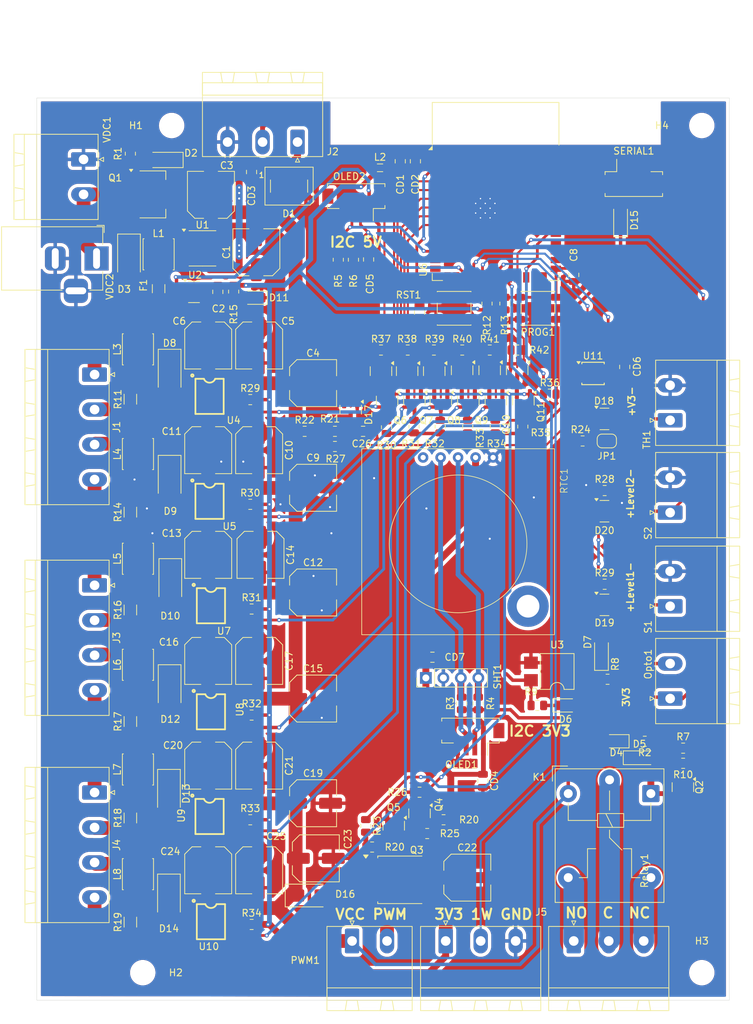
<source format=kicad_pcb>
(kicad_pcb (version 20240108) (generator "pcbnew") (generator_version "8.0")
  (layers (0 "F.Cu" signal) (31 "B.Cu" signal) (34 "B.Paste" user) (35 "F.Paste" user) (36 "B.SilkS" user "B.Silkscreen") (37 "F.SilkS" user "F.Silkscreen") (38 "B.Mask" user) (39 "F.Mask" user) (44 "Edge.Cuts" user))
  (net 0 "")
  (net 1 "GND")
  (net 2 "V2")
  (net 3 "V3")
  (net 4 "+5V")
  (net 5 "+3.3V")
  (net 6 "VCC")
  (net 7 "PCH1")
  (net 8 "PCH2")
  (net 9 "PCH3")
  (net 10 "PCH4")
  (net 11 "PCH5")
  (net 12 "+5V_H")
  (net 13 "PCH6")
  (net 14 "V0")
  (net 15 "V1")
  (net 17 "Neopixel")
  (net 18 "Net-(D2-A)")
  (net 19 "Net-(D3-K)")
  (net 20 "Net-(D4-K)")
  (net 21 "Vin")
  (net 22 "Net-(D5-A)")
  (net 23 "Net-(D6-K)")
  (net 24 "Net-(D8-K)")
  (net 25 "Net-(D9-K)")
  (net 26 "Net-(D10-K)")
  (net 27 "Net-(D11-A)")
  (net 28 "Net-(D12-K)")
  (net 29 "Net-(D13-K)")
  (net 30 "EN")
  (net 31 "PROG")
  (net 32 "Net-(D7-K)")
  (net 33 "Net-(Relay1-Pin_1)")
  (net 34 "Net-(Relay1-Pin_2)")
  (net 35 "NCH4")
  (net 36 "NCH6")
  (net 37 "NCH1")
  (net 38 "NCH5")
  (net 39 "NCH3")
  (net 40 "NCH2")
  (net 41 "1Wire")
  (net 42 "In0")
  (net 43 "3V3MCU")
  (net 44 "SDA")
  (net 45 "SCL")
  (net 46 "Net-(Q2-G)")
  (net 47 "Net-(Q3-G)")
  (net 48 "Opto")
  (net 49 "Relay")
  (net 50 "RX0")
  (net 51 "TX0")
  (net 53 "EN_CH1")
  (net 54 "EN_CH2")
  (net 55 "EN_CH4")
  (net 56 "EN_CH6")
  (net 57 "EN_CH5")
  (net 58 "EN_CH3")
  (net 61 "Net-(D14-K)")
  (net 62 "Net-(Relay1-Pin_3)")
  (net 63 "Net-(D15-A)")
  (net 64 "Net-(D16-A)")
  (net 65 "Net-(D17-COM)")
  (net 66 "Net-(JP1-A)")
  (net 67 "EN_MASTER")
  (net 68 "Net-(Q4-D)")
  (net 69 "Net-(Q12-D)")
  (net 70 "Net-(Q13-D)")
  (net 71 "Net-(Q14-D)")
  (net 72 "Net-(Q15-D)")
  (net 73 "Net-(Q10-S)")
  (net 74 "Net-(Q11-S)")
  (net 75 "CH1")
  (net 76 "CH2")
  (net 77 "CH3")
  (net 78 "CH4")
  (net 79 "CH5")
  (net 80 "CH6")
  (net 81 "CH7")
  (net 100 "GPIO10")
  (net 101 "GPIO11")
  (footprint "Resistor_SMD:R_0805_2012Metric" (layer "F.Cu") (at 111.4875 147.8)
    (property "Reference" "R20")
    (property "Value" "10k")
  )
  (footprint "Library:ESOP-8_L4.9-W3.9-P1.27-LS6.0-BL-EP" (layer "F.Cu") (at 77.7 162.6 -90)
    (property "Reference" "U10")
    (property "Value" "~")
  )
  (footprint "Package_TO_SOT_SMD:TO-252-2" (layer "F.Cu") (at 105.24 156.52)
    (property "Reference" "Q3")
    (property "Value" "40N02")
  )
  (footprint "Capacitor_SMD:C_Elec_6.3x7.7" (layer "F.Cu") (at 84.9 109.337499 -90)
    (property "Reference" "C14")
    (property "Value" "220uF")
  )
  (footprint "Capacitor_SMD:C_Elec_6.3x7.7" (layer "F.Cu") (at 92.537499 84.4)
    (property "Reference" "C4")
    (property "Value" "220uF")
  )
  (footprint "Capacitor_SMD:C_Elec_6.3x7.7" (layer "F.Cu") (at 84.7 78.937499 -90)
    (property "Reference" "C5")
    (property "Value" "220uF")
  )
  (footprint "Resistor_SMD:R_0805_2012Metric" (layer "F.Cu") (at 83.6125 132.6)
    (property "Reference" "R32")
    (property "Value" "10k")
  )
  (footprint "Resistor_SMD:R_0805_2012Metric" (layer "F.Cu") (at 95.7125 91.4)
    (property "Reference" "R21")
    (property "Value" "330")
  )
  (footprint "Resistor_SMD:R_0805_2012Metric" (layer "F.Cu") (at 140.7125 136.4 180)
    (property "Reference" "R2")
    (property "Value" "1k")
  )
  (footprint "Package_TO_SOT_SMD:SOT-23" (layer "F.Cu") (at 146.25 143.062499 -90)
    (property "Reference" "Q2")
    (property "Value" "2N7002K")
  )
  (footprint "Resistor_SMD:R_0805_2012Metric" (layer "F.Cu") (at 96.2 66.4875 90)
    (property "Reference" "R5")
    (property "Value" "2k2")
  )
  (footprint "Resistor_SMD:R_0805_2012Metric" (layer "F.Cu") (at 100.2 148.6875 -90)
    (property "Reference" "R23")
    (property "Value" "2k2")
  )
  (footprint "Inductor_SMD:L_Sunlord_SWPA4010S" (layer "F.Cu") (at 67.1 140.5 90)
    (property "Reference" "L7")
    (property "Value" "33u")
  )
  (footprint "Connector_Phoenix_MSTB:PhoenixContact_MSTBA_2,5_2-G-5,08_1x02_P5.08mm_Horizontal" (layer "F.Cu") (at 144.4 89.8 90)
    (property "Reference" "TH1")
    (property "Value" "Conn_01x02_Pin")
  )
  (footprint "Resistor_SMD:R_0805_2012Metric" (layer "F.Cu") (at 122.2 79.6 180)
    (property "Reference" "R42")
    (property "Value" "10k")
  )
  (footprint "Diode_SMD:D_SMA" (layer "F.Cu") (at 71.6 144.000001 -90)
    (property "Reference" "D13")
    (property "Value" "SS14")
  )
  (footprint "Connector_Phoenix_MSTB:PhoenixContact_MSTBA_2,5_3-G-5,08_1x03_P5.08mm_Horizontal" (layer "F.Cu") (at 90.28 49.4 180)
    (property "Reference" "J2")
    (property "Value" "Conn_01x03_Socket")
  )
  (footprint "Resistor_SMD:R_0805_2012Metric" (layer "F.Cu") (at 125.1125 131.2)
    (property "Reference" "R9")
    (property "Value" "1k")
  )
  (footprint "Package_TO_SOT_SMD:SOT-23" (layer "F.Cu") (at 134.8625 116.6)
    (property "Reference" "D19")
    (property "Value" "BAT54S")
  )
  (footprint "Resistor_SMD:R_0805_2012Metric" (layer "F.Cu") (at 83.4125 86.8)
    (property "Reference" "R29")
    (property "Value" "10k")
  )
  (footprint "Resistor_SMD:R_0805_2012Metric" (layer "F.Cu") (at 114.12 130.912499 90)
    (property "Reference" "R3")
    (property "Value" "2k2")
  )
  (footprint "Connector_Phoenix_MSTB:PhoenixContact_MSTBA_2,5_4-G-5,08_1x04_P5.08mm_Horizontal" (layer "F.Cu") (at 60.8 113.76 -90)
    (property "Reference" "J3")
    (property "Value" "Conn_01x04_Socket")
  )
  (footprint "Relay_THT:Relay_SPDT_Hongfa_JQC-3FF_0XX-1Z" (layer "F.Cu") (at 141.6 144 -90)
    (property "Reference" "K1")
    (property "Value" "Relay_SPDT")
  )
  (footprint "Package_TO_SOT_SMD:SOT-23" (layer "F.Cu") (at 103.2875 86.9375 -90)
    (property "Reference" "Q6")
    (property "Value" "2N7002K")
  )
  (footprint "Capacitor_SMD:C_Elec_6.3x7.7" (layer "F.Cu") (at 77.3 155.137499 -90)
    (property "Reference" "C24")
    (property "Value" "220uF")
  )
  (footprint "Capacitor_SMD:C_0805_2012Metric" (layer "F.Cu") (at 108 74.149999 -90)
    (property "Reference" "C7" (hide yes))
    (property "Value" "100n")
  )
  (footprint "Package_TO_SOT_SMD:SOT-23" (layer "F.Cu") (at 108 146.862499 -90)
    (property "Reference" "Q4")
    (property "Value" "2N7002K")
  )
  (footprint "Resistor_SMD:R_1206_3216Metric" (layer "F.Cu") (at 66 133.5375 90)
    (property "Reference" "R17")
    (property "Value" "0R22")
  )
  (footprint "Diode_SMD:D_SMA" (layer "F.Cu") (at 71.6 159.200001 -90)
    (property "Reference" "D14")
    (property "Value" "SS14")
  )
  (footprint "Capacitor_SMD:C_0805_2012Metric" (layer "F.Cu") (at 137.8 82.050001 90)
    (property "Reference" "CD6")
    (property "Value" "100n")
  )
  (footprint "Package_TO_SOT_SMD:SOT-23" (layer "F.Cu") (at 134.8625 103)
    (property "Reference" "D20")
    (property "Value" "BAT54S")
  )
  (footprint "Capacitor_SMD:C_Elec_6.3x7.7" (layer "F.Cu") (at 84.7 139.937499 -90)
    (property "Reference" "C21")
    (property "Value" "220uF")
  )
  (footprint "Capacitor_SMD:C_Elec_6.3x7.7" (layer "F.Cu") (at 77.3 94.137499 -90)
    (property "Reference" "C11")
    (property "Value" "220uF")
  )
  (footprint "Connector_Phoenix_MSTB:PhoenixContact_MSTBA_2,5_2-G-5,08_1x02_P5.08mm_Horizontal" (layer "F.Cu") (at 144.4 116.8 90)
    (property "Reference" "S1")
    (property "Value" "Conn_01x02_Pin")
  )
  (footprint "Capacitor_SMD:C_0805_2012Metric" (layer "F.Cu") (at 105.2 52.190001 90)
    (property "Reference" "CD1")
    (property "Value" "100n")
  )
  (footprint "Resistor_SMD:R_0805_2012Metric" (layer "F.Cu") (at 107.2 90.7125 -90)
    (property "Reference" "R31")
    (property "Value" "10k")
  )
  (footprint "Diode_SMD:D_MiniMELF" (layer "F.Cu") (at 71 52 180)
    (property "Reference" "D2")
    (property "Value" "D_Zener")
  )
  (footprint "Diode_SMD:D_SMA" (layer "F.Cu") (at 65.799998 66.270001 -90)
    (property "Reference" "D3")
    (property "Value" "SS14")
  )
  (footprint "Fuse:Fuse_1206_3216Metric_Pad1.42x1.75mm_HandSolder" (layer "F.Cu") (at 70.1 70.6875 -90)
    (property "Reference" "F1")
    (property "Value" "Polyfuse")
  )
  (footprint "LED_SMD:LED_0805_2012Metric_Pad1.15x1.40mm_HandSolder" (layer "F.Cu") (at 129.224999 131.2)
    (property "Reference" "D6")
    (property "Value" "LED")
  )
  (footprint "Jumper:SolderJumper-2_P1.3mm_Open_RoundedPad1.0x1.5mm" (layer "F.Cu") (at 135.2 92.8)
    (property "Reference" "JP1")
    (property "Value" "SolderJumper_2_Open")
  )
  (footprint "Resistor_SMD:R_0805_2012Metric" (layer "F.Cu") (at 95.7125 93.6 180)
    (property "Reference" "R27")
    (property "Value" "10k")
  )
  (footprint "Capacitor_SMD:C_Elec_6.3x7.7" (layer "F.Cu") (at 84.7 124.737499 -90)
    (property "Reference" "C17")
    (property "Value" "220uF")
  )
  (footprint "Resistor_SMD:R_1206_3216Metric" (layer "F.Cu") (at 66 162.6625 90)
    (property "Reference" "R19")
    (property "Value" "0R22")
  )
  (footprint "Connector_BarrelJack:BarrelJack_Horizontal" (layer "F.Cu") (at 61.0875 66.3)
    (property "Reference" "VDC2")
    (property "Value" "Barrel_Jack_Switch")
  )
  (footprint "Resistor_SMD:R_1206_3216Metric" (layer "F.Cu") (at 66 117.3375 90)
    (property "Reference" "R16")
    (property "Value" "0R22")
  )
  (footprint "Package_TO_SOT_SMD:SOT-23" (layer "F.Cu") (at 102.4 82.662499 -90)
    (property "Reference" "Q12" (hide yes))
    (property "Value" "2N7002K")
  )
  (footprint "Capacitor_SMD:C_Elec_6.3x7.7" (layer "F.Cu") (at 92.537499 99.6)
    (property "Reference" "C9")
    (property "Value" "220uF")
  )
  (footprint "Connector_Phoenix_MSTB:PhoenixContact_MSTBA_2,5_2-G-5,08_1x02_P5.08mm_Horizontal" (layer "F.Cu") (at 144.4 130.2 90)
    (property "Reference" "Opto1")
    (property "Value" "Conn_01x02_Pin")
  )
  (footprint "Package_SO:TSSOP-10_3x3mm_P0.5mm" (layer "F.Cu") (at 133.2 83)
    (property "Reference" "U11")
    (property "Value" "ADS1115IDGS")
  )
  (footprint "Resistor_SMD:R_0805_2012Metric" (layer "F.Cu") (at 116.519999 130.9125 90)
    (property "Reference" "R4")
    (property "Value" "2k2")
  )
  (footprint "Connector_Hirose:Hirose_DF13C_CL535-0404-8-51_1x04-1MP_P1.25mm_Vertical" (layer "F.Cu") (at 115.4 136.1 180)
    (property "Reference" "OLED1")
    (property "Value" "Conn_01x04_Socket")
  )
  (footprint "Inductor_SMD:L_Sunlord_SWPA4010S" (layer "F.Cu") (at 67.1 109.9 90)
    (property "Reference" "L5")
    (property "Value" "33u")
  )
  (footprint "Resistor_SMD:R_0805_2012Metric" (layer "F.Cu") (at 108 143.8)
    (property "Reference" "R26")
    (property "Value" "10k")
  )
  (footprint "Package_TO_SOT_SMD:SOT-23" (layer "F.Cu") (at 118.1875 82.5375 -90)
    (property "Reference" "Q16" (hide yes))
    (property "Value" "2N7002K")
  )
  (footprint "Resistor_SMD:R_0805_2012Metric" (layer "F.Cu") (at 98.4 66.4875 90)
    (property "Reference" "R6")
    (property "Value" "2k2")
  )
  (footprint "Resistor_SMD:R_0805_2012Metric" (layer "F.Cu") (at 118.2 79.6 180)
    (property "Reference" "R41")
    (property "Value" "10k")
  )
  (footprint "Resistor_SMD:R_0805_2012Metric" (layer "F.Cu") (at 102.4 79.6 180)
    (property "Reference" "R37")
    (property "Value" "10k")
  )
  (footprint "Resistor_SMD:R_0805_2012Metric" (layer "F.Cu") (at 81 71.1125 -90)
    (property "Reference" "R15")
    (property "Value" "330")
  )
  (footprint "Resistor_SMD:R_0805_2012Metric" (layer "F.Cu") (at 106.2875 79.6 180)
    (property "Reference" "R38")
    (property "Value" "10k")
  )
  (footprint "Connector_PinHeader_2.54mm:PinHeader_1x04_P2.54mm_Vertical" (layer "F.Cu") (at 108.920001 127.2 90)
    (property "Reference" "SHT1")
    (property "Value" "Conn_01x04_Socket")
  )
  (footprint "Capacitor_SMD:C_Elec_6.3x7.7" (layer "F.Cu") (at 77.3 78.937499 -90)
    (property "Reference" "C6")
    (property "Value" "220uF")
  )
  (footprint "LED_SMD:LED_0805_2012Metric_Pad1.15x1.40mm_HandSolder" (layer "F.Cu") (at 136.575001 136.4 180)
    (property "Reference" "D4")
    (property "Value" "LED")
  )
  (footprint "Resistor_SMD:R_0805_2012Metric" (layer "F.Cu") (at 134.8875 100)
    (property "Reference" "R28")
    (property "Value" "330")
  )
  (footprint "Diode_SMD:D_SOD-123" (layer "F.Cu") (at 137.2 60.8 90)
    (property "Reference" "D15")
    (property "Value" "1N4148W")
  )
  (footprint "Capacitor_SMD:C_0805_2012Metric" (layer "F.Cu") (at 83.6 53.749999 -90)
    (property "Reference" "CD3")
    (property "Value" "100n")
  )
  (footprint "Diode_SMD:D_SMA" (layer "F.Cu") (at 71.7 128.800001 -90)
    (property "Reference" "D12")
    (property "Value" "SS14")
  )
  (footprint "Resistor_SMD:R_0805_2012Metric" (layer "F.Cu") (at 146.2875 139.6 180)
    (property "Reference" "R10")
    (property "Value" "10k")
  )
  (footprint "Inductor_SMD:L_Sunlord_SWPA4010S" (layer "F.Cu") (at 67.1 155.7 90)
    (property "Reference" "L8")
    (property "Value" "33u")
  )
  (footprint "Connector_Phoenix_MSTB:PhoenixContact_MSTBA_2,5_4-G-5,08_1x04_P5.08mm_Horizontal" (layer "F.Cu") (at 60.8 83.16 -90)
    (property "Reference" "J1")
    (property "Value" "Conn_01x04_Socket")
  )
  (footprint "Diode_SMD:D_SMA" (layer "F.Cu") (at 71.7 83.000001 -90)
    (property "Reference" "D8")
    (property "Value" "SS14")
  )
  (footprint "Package_TO_SOT_SMD:SOT-23" (layer "F.Cu") (at 98 88.262499 -90)
    (property "Reference" "D17")
    (property "Value" "BAT54S")
  )
  (footprint "Resistor_SMD:R_0805_2012Metric" (layer "F.Cu") (at 109.1125 149.8)
    (property "Reference" "R25")
    (property "Value" "100k")
  )
  (footprint "Resistor_SMD:R_0805_2012Metric" (layer "F.Cu") (at 83.6125 117.2)
    (property "Reference" "R31")
    (property "Value" "10k")
  )
  (footprint "Button_Switch_SMD:SW_SPST_PTS647_Sx38" (layer "F.Cu") (at 113.025 73.54 180)
    (property "Reference" "RST1")
    (property "Value" "SW_Push")
  )
  (footprint "Package_TO_SOT_SMD:SOT-23" (layer "F.Cu") (at 123.0875 86.9375 -90)
    (property "Reference" "Q11")
    (property "Value" "2N7002K")
  )
  (footprint "Capacitor_SMD:C_Elec_6.3x7.7" (layer "F.Cu") (at 92.937499 153.4)
    (property "Reference" "C23")
    (property "Value" "220uF")
  )
  (footprint "Resistor_SMD:R_0805_2012Metric" (layer "F.Cu") (at 83.4125 147.8)
    (property "Reference" "R33")
    (property "Value" "10k")
  )
  (footprint "Capacitor_SMD:C_0805_2012Metric" (layer "F.Cu") (at 100.6 66.450001 90)
    (property "Reference" "CD5")
    (property "Value" "10u")
  )
  (footprint "Package_TO_SOT_SMD:SOT-23" (layer "F.Cu") (at 122.1875 82.5375 -90)
    (property "Reference" "Q17" (hide yes))
    (property "Value" "2N7002K")
  )
  (footprint "Resistor_SMD:R_1206_3216Metric" (layer "F.Cu") (at 66 86.7375 90)
    (property "Reference" "R11")
    (property "Value" "0R22")
  )
  (footprint "LED_SMD:LED_WS2812B_PLCC4_5.0x5.0mm_P3.2mm" (layer "F.Cu") (at 89.05 55.8)
    (property "Reference" "D1")
    (property "Value" "WS2812B")
  )
  (footprint "Capacitor_SMD:C_0805_2012Metric" (layer "F.Cu") (at 78.7 71.149999 -90)
    (property "Reference" "C2")
    (property "Value" "10u")
  )
  (footprint "Resistor_SMD:R_0805_2012Metric" (layer "F.Cu") (at 114.2 79.6 180)
    (property "Reference" "R40")
    (property "Value" "10k")
  )
  (footprint "Connector_Hirose:Hirose_DF13C_CL535-0404-8-51_1x04-1MP_P1.25mm_Vertical" (layer "F.Cu") (at 139.125 54.25)
    (property "Reference" "SERIAL1")
    (property "Value" "Conn_01x04_Socket")
  )
  (footprint "Library:RTC" (layer "F.Cu") (at 113.6 95.2)
    (property "Reference" "RTC1")
    (property "Value" "Conn_01x04_Socket")
  )
  (footprint "Package_TO_SOT_SMD:SOT-23" (layer "F.Cu") (at 114.1875 82.5375 -90)
    (property "Reference" "Q15" (hide yes))
    (property "Value" "2N7002K")
  )
  (footprint "Resistor_SMD:R_1206_3216Metric" (layer "F.Cu") (at 66 103.1375 90)
    (property "Reference" "R14")
    (property "Value" "0R22")
  )
  (footprint "Resistor_SMD:R_0805_2012Metric" (layer "F.Cu") (at 135.3125 127.4 180)
    (property "Reference" "R8")
    (property "Value" "10k")
  )
  (footprint "Resistor_SMD:R_0805_2012Metric" (layer "F.Cu") (at 117.8 72.8525 -90)
    (property "Reference" "R12")
    (property "Value" "10k")
  )
  (footprint "Capacitor_SMD:C_Elec_6.3x7.7" (layer "F.Cu") (at 92.537499 145.4)
    (property "Reference" "C19")
    (property "Value" "220uF")
  )
  (footprint "MountingHole:MountingHole_3.2mm_M3" (layer "F.Cu") (at 149 170)
    (property "Reference" "H3")
    (property "Value" "MountingHole")
  )
  (footprint "RF_Module:ESP32-S3-WROOM-1" (layer "F.Cu") (at 119.05 56.55)
    (property "Reference" "U6")
    (property "Value" "ESP32-S3-WROOM-1")
  )
  (footprint "Package_TO_SOT_SMD:SOT-23-5" (layer "F.Cu") (at 75.2375 71.149999)
    (property "Reference" "U2")
    (property "Value" "AP2112K-3.3")
  )
  (footprint "Capacitor_SMD:C_0805_2012Metric" (layer "F.Cu") (at 109.869999 124.2)
    (property "Reference" "CD7")
    (property "Value" "10u")
  )
  (footprint "Capacitor_SMD:C_Elec_6.3x7.7" (layer "F.Cu") (at 84.3 65.4 90)
    (property "Reference" "C1")
    (property "Value" "220uF")
  )
  (footprint "Capacitor_SMD:C_0805_2012Metric" (layer "F.Cu") (at 107.4 52.190001 90)
    (property "Reference" "CD2")
    (property "Value" "10u")
  )
  (footprint "Package_TO_SOT_SMD:SOT-23" (layer "F.Cu") (at 119.0875 86.9375 -90)
    (property "Reference" "Q10")
    (property "Value" "2N7002K")
  )
  (footprint "Package_TO_SOT_SMD:SOT-23" (layer "F.Cu") (at 111.0875 86.9375 -90)
    (property "Reference" "Q8")
    (property "Value" "2N7002K")
  )
  (footprint "Connector_Phoenix_MSTB:PhoenixContact_MSTBA_2,5_2-G-5,08_1x02_P5.08mm_Horizontal" (layer "F.Cu") (at 59.2 51.920001 -90)
    (property "Reference" "VDC1")
    (property "Value" "Conn_01x02_Pin")
  )
  (footprint "Capacitor_SMD:C_0805_2012Metric" (layer "F.Cu") (at 99.8 91.4)
    (property "Reference" "C26")
    (property "Value" "100n")
  )
  (footprint "MountingHole:MountingHole_3.2mm_M3" (layer "F.Cu") (at 67.8 170)
    (property "Reference" "H2")
    (property "Value" "MountingHole")
  )
  (footprint "Resistor_SMD:R_0805_2012Metric" (layer "F.Cu") (at 119 90.7125 -90)
    (property "Reference" "R34")
    (property "Value" "10k")
  )
  (footprint "Resistor_SMD:R_0805_2012Metric" (layer "F.Cu") (at 91.3125 91.4)
    (property "Reference" "R22")
    (property "Value" "100k")
  )
  (footprint "Button_Switch_SMD:SW_SPST_PTS647_Sx38" (layer "F.Cu") (at 125.2 73.54 180)
    (property "Reference" "PROG1")
    (property "Value" "SW_Push")
  )
  (footprint "Inductor_SMD:L_Sunlord_SWPA4010S" (layer "F.Cu") (at 67.1 125.3 90)
    (property "Reference" "L6")
    (property "Value" "33u")
  )
  (footprint "Resistor_SMD:R_0805_2012Metric" (layer "F.Cu") (at 111 90.7125 -90)
    (property "Reference" "R32")
    (property "Value" "10k")
  )
  (footprint "Connector_Phoenix_MSTB:PhoenixContact_MSTBA_2,5_4-G-5,08_1x04_P5.08mm_Horizontal" (layer "F.Cu") (at 60.8 143.84 -90)
    (property "Reference" "J4")
    (property "Value" "Conn_01x04_Socket")
  )
  (footprint "Connector_Phoenix_MSTB:PhoenixContact_MSTBA_2,5_3-G-5,08_1x03_P5.08mm_Horizontal" (layer "F.Cu") (at 130.4 165.4)
    (property "Reference" "Relay1")
    (property "Value" "Conn_01x03_Socket")
  )
  (footprint "Library:ESOP-8_L4.9-W3.9-P1.27-LS6.0-BL-EP" (layer "F.Cu") (at 77.5 86.325001 -90)
    (property "Reference" "U4")
    (property "Value" "~")
  )
  (footprint "Capacitor_SMD:C_Elec_6.3x7.7" (layer "F.Cu") (at 77.3 139.937499 -90)
    (property "Reference" "C20")
    (property "Value" "220uF")
  )
  (footprint "Capacitor_SMD:C_Elec_6.3x7.7" (layer "F.Cu") (at 84.7 155.137499 -90)
    (property "Reference" "C25")
    (property "Value" "220uF")
  )
  (footprint "Capacitor_SMD:C_0805_2012Metric" (layer "F.Cu") (at 117.2 142.149999 -90)
    (property "Reference" "CD4")
    (property "Value" "10u")
  )
  (footprint "MountingHole:MountingHole_3.2mm_M3" (layer "F.Cu") (at 72 47)
    (property "Reference" "H1")
    (property "Value" "MountingHole")
  )
  (footprint "Package_TO_SOT_SMD:SOT-23" (layer "F.Cu") (at 107.25 86.9375 -90)
    (property "Reference" "Q7")
    (property "Value" "2N7002K")
  )
  (footprint "Connector_Hirose:Hirose_DF13C_CL535-0404-8-51_1x04-1MP_P1.25mm_Vertical" (layer "F.Cu") (at 98.8 58.5 180)
    (property "Reference" "OLED2")
    (property "Value" "Conn_01x04_Socket")
  )
  (footprint "Resistor_SMD:R_0805_2012Metric" (layer "F.Cu") (at 83.4125 102)
    (property "Reference" "R30")
    (property "Value" "10k")
  )
  (footprint "LED_SMD:LED_0805_2012Metric_Pad1.15x1.40mm_HandSolder" (layer "F.Cu") (at 84.024999 72 180)
    (property "Reference" "D11")
    (property "Value" "LED")
  )
  (footprint "Library:ESOP-8_L4.9-W3.9-P1.27-LS6.0-BL-EP" (layer "F.Cu") (at 77.5 101.565 -90)
    (property "Reference" "U5")
    (property "Value" "~")
  )
  (footprint "Capacitor_SMD:C_Elec_6.3x7.7" (layer "F.Cu") (at 77.3 124.737499 -90)
    (property "Reference" "C16")
    (property "Value" "220uF")
  )
  (footprint "Capacitor_SMD:C_Elec_6.3x7.7" (layer "F.Cu") (at 84.7 94.137499 -90)
    (property "Reference" "C10")
    (property "Value" "220uF")
  )
  (footprint "Package_TO_SOT_SMD:SOT-23" (layer "F.Cu") (at 106.2 82.662499 -90)
    (property "Reference" "Q13" (hide yes))
    (property "Value" "2N7002K")
  )
  (footprint "Resistor_SMD:R_0805_2012Metric" (layer "F.Cu") (at 66 51.0875 90)
    (property "Reference" "R1")
    (property "Value" "10k")
  )
  (footprint "Diode_SMD:D_SMA" (layer "F.Cu") (at 92 158.8)
    (property "Reference" "D16")
    (property "Value" "SS14")
  )
  (footprint "Capacitor_SMD:C_Elec_6.3x7.7" (layer "F.Cu") (at 92.537499 114.8)
    (property "Reference" "C12")
    (property "Value" "220uF")
  )
  (footprint "Resistor_SMD:R_0805_2012Metric" (layer "F.Cu") (at 146.2875 137.4)
    (property "Reference" "R7")
    (property "Value" "2k2")
  )
  (footprint "Connector_Phoenix_MSTB:PhoenixContact_MSTBA_2,5_2-G-5,08_1x02_P5.08mm_Horizontal" (layer "F.Cu") (at 98.2 165.4)
    (property "Reference" "PWM1")
    (property "Value" "Conn_01x02_Pin")
  )
  (footprint "Resistor_SMD:R_0805_2012Metric" (layer "F.Cu") (at 120.4 72.8525 -90)
    (property "Reference" "R13")
    (property "Value" "10k")
  )
  (footprint "Package_TO_SOT_SMD:SOT-23" (layer "F.Cu") (at 104.25 148.662499 -90)
    (property "Reference" "Q5")
    (property "Value" "2N7002K")
  )
  (footprint "Diode_SMD:D_SOD-123" (layer "F.Cu") (at 139.95 138.8)
    (property "Reference" "D5")
    (property "Value" "1N4148W")
  )
  (footprint "Resistor_SMD:R_0805_2012Metric" (layer "F.Cu") (at 115 90.7125 -90)
    (property "Reference" "R33")
    (property "Value" "10k")
  )
  (footprint "Package_TO_SOT_SMD:SOT-23" (layer "F.Cu") (at 134.8625 89.6)
    (property "Reference" "D18")
    (property "Value" "BAT54S")
  )
  (footprint "Library:ESOP-8_L4.9-W3.9-P1.27-LS6.0-BL-EP" (layer "F.Cu") (at 77.7 116.725001 -90)
    (property "Reference" "U7")
    (property "Value" "~")
  )
  (footprint "Resistor_SMD:R_0805_2012Metric" (layer "F.Cu") (at 131.6875 92.8)
    (property "Reference" "R24")
    (property "Value" "2k2")
  )
  (footprint "Resistor_SMD:R_0805_2012Metric" (layer "F.Cu") (at 101.1125 151.76)
    (property "Reference" "R20")
    (property "Value" "10k")
  )
  (footprint "Inductor_SMD:L_0805_2012Metric" (layer "F.Cu") (at 102.2625 53.14)
    (property "Reference" "L2")
    (property "Value" "22n")
  )
  (footprint "Inductor_SMD:L_Sunlord_SWPA4010S" (layer "F.Cu") (at 67.1 79.5 90)
    (property "Reference" "L3")
    (property "Value" "33u")
  )
  (footprint "Library:ESOP-8_L4.9-W3.9-P1.27-LS6.0-BL-EP" (layer "F.Cu") (at 77.5 147.325001 -90)
    (property "Reference" "U9")
    (property "Value" "~")
  )
  (footprint "Inductor_SMD:L_Sunlord_SWPA4010S" (layer "F.Cu") (at 70.1 65.7 -90)
    (property "Reference" "L1")
    (property "Value" "33u")
  )
  (footprint "Package_TO_SOT_SMD:SOT-223-3_TabPin2" (layer "F.Cu") (at 69.2375 57)
    (property "Reference" "Q1")
    (property "Value" "PMOS")
  )
  (footprint "Capacitor_SMD:C_Elec_6.3x7.7" (layer "F.Cu") (at 114.9375 156.2)
    (property "Reference" "C22")
    (property "Value" "100uF")
  )
  (footprint "Diode_SMD:D_SMA" (layer "F.Cu") (at 71.7 98.400001 -90)
    (property "Reference" "D9")
    (property "Value" "SS14")
  )
  (footprint "Package_TO_SOT_SMD:SOT-23" (layer "F.Cu") (at 115.0875 86.9375 -90)
    (property "Reference" "Q9")
    (property "Value" "2N7002K")
  )
  (footprint "Capacitor_SMD:C_0805_2012Metric" (layer "F.Cu") (at 130.4 68.689999 -90)
    (property "Reference" "C8")
    (property "Value" "100n")
  )
  (footprint "Diode_SMD:D_SMA" (layer "F.Cu") (at 71.8 113.400001 -90)
    (property "Reference" "D10")
    (property "Value" "SS14")
  )
  (footprint "Diode_SMD:D_SOD-123" (layer "F.Cu") (at 134.425 123.75 90)
    (property "Reference" "D7")
    (property "Value" "1N4148W")
  )
  (footprint "Connector_Phoenix_MSTB:PhoenixContact_MSTBA_2,5_2-G-5,08_1x02_P5.08mm_Horizontal" (layer "F.Cu") (at 144.4 103.2 90)
    (property "Reference" "S2")
    (property "Value" "Conn_01x02_Pin")
  )
  (footprint "Capacitor_SMD:C_Elec_6.3x7.7" (layer "F.Cu") (at 77.3 109.337499 -90)
    (property "Reference" "C13")
    (property "Value" "220uF")
  )
  (footprint "Inductor_SMD:L_Sunlord_SWPA4010S" (layer "F.Cu") (at 67.1 94.7 90)
    (property "Reference" "L4")
    (property "Value" "33u")
  )
  (footprint "Resistor_SMD:R_0805_2012Metric" (layer "F.Cu") (at 110.0875 79.6 180)
    (property "Reference" "R39")
    (property "Value" "10k")
  )
  (footprint "Resistor_SMD:R_0805_2012Metric" (layer "F.Cu") (at 83.6125 163)
    (property "Reference" "R34")
    (property "Value" "10k")
  )
  (footprint "Resistor_SMD:R_0805_2012Metric" (layer "F.Cu") (at 103.2 90.8 -90)
    (property "Reference" "R30")
    (property "Value" "10k")
  )
  (footprint "Resistor_SMD:R_0805_2012Metric" (layer "F.Cu") (at 123 90.7125 -90)
    (property "Reference" "R35")
    (property "Value" "10k")
  )
  (footprint "Resistor_SMD:R_0805_2012Metric" (layer "F.Cu") (at 126.9125 86)
    (property "Reference" "R36")
    (property "Value" "10k")
  )
  (footprint "Resistor_SMD:R_0805_2012Metric" (layer "F.Cu") (at 134.8875 113.6)
    (property "Reference" "R29")
    (property "Value" "330")
  )
  (footprint "Connector_Phoenix_MSTB:PhoenixContact_MSTBA_2,5_3-G-5,08_1x03_P5.08mm_Horizontal" (layer "F.Cu") (at 111.8 165.4)
    (property "Reference" "J5")
    (property "Value" "Conn_01x03_Socket")
  )
  (footprint "Resistor_SMD:R_1206_3216Metric" (layer "F.Cu") (at 66 147.5375 90)
    (property "Reference" "R18")
    (property "Value" "0R22")
  )
  (footprint "Package_SO:SOIC-8_3.9x4.9mm_P1.27mm" (layer "F.Cu") (at 76.474998 64.835)
    (property "Reference" "U1")
    (property "Value" "XL1509-5V")
  )
  (footprint "Capacitor_SMD:C_Elec_6.3x7.7" (layer "F.Cu") (at 77.7 57.062501 90)
    (property "Reference" "C3")
    (property "Value" "220uF")
  )
  (footprint "MountingHole:MountingHole_3.2mm_M3" (layer "F.Cu") (at 149 47)
    (property "Reference" "H4")
    (property "Value" "MountingHole")
  )
  (footprint "Capacitor_SMD:C_Elec_6.3x7.7" (layer "F.Cu") (at 92.537499 130.2)
    (property "Reference" "C15")
    (property "Value" "220uF")
  )
  (footprint "Package_DIP:SMDIP-4_W7.62mm" (layer "F.Cu") (at 127.99 126.27 180)
    (property "Reference" "U3")
    (property "Value" "PC817")
  )
  (footprint "Library:ESOP-8_L4.9-W3.9-P1.27-LS6.0-BL-EP" (layer "F.Cu") (at 77.7 132.125001 -90)
    (property "Reference" "U8")
    (property "Value" "~")
  )
  (footprint "Package_TO_SOT_SMD:SOT-23" (layer "F.Cu") (at 110.1375 82.662499 -90)
    (property "Reference" "Q14" (hide yes))
    (property "Value" "2N7002K")
  )
  (gr_rect (start 52.4 43) (end 153 174) (stroke (width 0.05)) (fill none) (layer "Edge.Cuts"))
  (gr_text "+Level1-" (at 139.2 114.06 90) (layer "F.SilkS") (effects (font (size 1 1) (thickness 0.2) (bold yes)) (justify bottom)))
  (gr_text "+V3-" (at 139.4 87.06 90) (layer "F.SilkS") (effects (font (size 1 1) (thickness 0.2) (bold yes)) (justify bottom)))
  (gr_text "3V3 1W GND" (at 110 162.4 0) (layer "F.SilkS") (effects (font (size 1.5 1.5) (thickness 0.3) (bold yes)) (justify left bottom)))
  (gr_text "I2C 5V" (at 94.8 64.8 0) (layer "F.SilkS") (effects (font (size 1.5 1.5) (thickness 0.3) (bold yes)) (justify left bottom)))
  (gr_text "VCC PWM" (at 95.6 162.4 0) (layer "F.SilkS") (effects (font (size 1.5 1.5) (thickness 0.3) (bold yes)) (justify left bottom)))
  (gr_text "NO  C  NC" (at 129 162.2 0) (layer "F.SilkS") (effects (font (size 1.5 1.5) (thickness 0.3) (bold yes)) (justify left bottom)))
  (gr_text "I2C 3V3" (at 120.82 135.8 0) (layer "F.SilkS") (effects (font (size 1.5 1.5) (thickness 0.3) (bold yes)) (justify left bottom)))
  (gr_text "3V3" (at 138.6 130 90) (layer "F.SilkS") (effects (font (size 1 1) (thickness 0.2) (bold yes)) (justify bottom)))
  (gr_text "+Level2-" (at 139.2 100.46 90) (layer "F.SilkS") (effects (font (size 1 1) (thickness 0.2) (bold yes)) (justify bottom)))
  (segment (start 124.2125 125.0325) (end 124.1925 125.0125) (width 0.5) (layer "F.Cu") (net 1))
  (via (at 66.6 98.4) (size 0.6) (drill 0.3) (layers "F.Cu" "B.Cu") (net 1))
  (via (at 95.2 106.2) (size 0.6) (drill 0.3) (layers "F.Cu" "B.Cu") (net 1))
  (via (at 118.2 107) (size 0.6) (drill 0.3) (layers "F.Cu" "B.Cu") (net 1))
  (via (at 92.8 97.8) (size 0.6) (drill 0.3) (layers "F.Cu" "B.Cu") (net 1))
  (via (at 82.4 95.8) (size 0.6) (drill 0.3) (layers "F.Cu" "B.Cu") (net 1))
  (via (at 92.6 112.4) (size 0.6) (drill 0.3) (layers "F.Cu" "B.Cu") (net 1))
  (via (at 79.2 95.8) (size 0.6) (drill 0.3) (layers "F.Cu" "B.Cu") (net 1))
  (via (at 132.2 99.2) (size 0.6) (drill 0.3) (layers "F.Cu" "B.Cu") (net 1))
  (via (at 69.2 106.2) (size 0.6) (drill 0.3) (layers "F.Cu" "B.Cu") (net 1))
  (via (at 124.6 101) (size 0.6) (drill 0.3) (layers "F.Cu" "B.Cu") (net 1))
  (via (at 93.8 117.4) (size 0.6) (drill 0.3) (layers "F.Cu" "B.Cu") (net 1))
  (via (at 101.4 98.2) (size 0.6) (drill 0.3) (layers "F.Cu" "B.Cu") (net 1))
  (via (at 68.4 102.6) (size 0.6) (drill 0.3) (layers "F.Cu" "B.Cu") (net 1))
  (via (at 109 102.6) (size 0.6) (drill 0.3) (layers "F.Cu" "B.Cu") (net 1))
  (via (at 95 102.4) (size 0.6) (drill 0.3) (layers "F.Cu" "B.Cu") (net 1))
  (via (at 93.8 133) (size 0.6) (drill 0.3) (layers "F.Cu" "B.Cu") (net 1))
  (via (at 87.8 102) (size 0.6) (drill 0.3) (layers "F.Cu" "B.Cu") (net 1))
  (via (at 137.4 101.8) (size 0.6) (drill 0.3) (layers "F.Cu" "B.Cu") (net 1))
  (segment (start 135.8 100) (end 135.8 103) (width 0.5) (layer "F.Cu") (net 2))
  (segment (start 144.2 103) (end 144.4 103.2) (width 0.5) (layer "F.Cu") (net 2))
  (segment (start 135.35 84) (end 138.8 84) (width 0.3) (layer "F.Cu") (net 2))
  (segment (start 135.8 103) (end 144.2 103) (width 0.5) (layer "F.Cu") (net 2))
  (segment (start 138.8 84) (end 141.6 86.8) (width 0.4) (layer "F.Cu") (net 2))
  (segment (start 147.6 94.2) (end 147.6 88.8) (width 0.4) (layer "F.Cu") (net 2))
  (segment (start 147.6 100) (end 147.6 94.2) (width 0.4) (layer "F.Cu") (net 2))
  (segment (start 147.6 88.8) (end 145.6 86.8) (width 0.4) (layer "F.Cu") (net 2))
  (segment (start 144.4 103.2) (end 147.6 100) (width 0.4) (layer "F.Cu") (net 2))
  (segment (start 141.6 86.8) (end 145.6 86.8) (width 0.4) (layer "F.Cu") (net 2))
  (segment (start 134 83.8) (end 134 85) (width 0.3) (layer "F.Cu") (net 3))
  (segment (start 134.3 83.5) (end 134 83.8) (width 0.3) (layer "F.Cu") (net 3))
  (segment (start 134 85) (end 135.8 86.8) (width 0.3) (layer "F.Cu") (net 3))
  (segment (start 135.8 89.6) (end 144.2 89.6) (width 0.5) (layer "F.Cu") (net 3))
  (segment (start 135.85 92.8) (end 135.85 89.65) (width 0.5) (layer "F.Cu") (net 3))
  (segment (start 135.35 83.5) (end 134.3 83.5) (width 0.3) (layer "F.Cu") (net 3))
  (segment (start 144.2 89.6) (end 144.4 89.8) (width 0.5) (layer "F.Cu") (net 3))
  (segment (start 135.8 86.8) (end 135.8 89.6) (width 0.3) (layer "F.Cu") (net 3))
  (segment (start 135.85 89.65) (end 135.8 89.6) (width 0.5) (layer "F.Cu") (net 3))
  (segment (start 100.675 56.475) (end 100.6 56.4) (width 0.5) (layer "F.Cu") (net 4))
  (segment (start 137.2 62.45) (end 137.2 66.8) (width 0.5) (layer "F.Cu") (net 4))
  (segment (start 74.1 72.099998) (end 72.199998 72.099998) (width 0.5) (layer "F.Cu") (net 4))
  (segment (start 103.2 91.7125) (end 122.9125 91.7125) (width 0.5) (layer "F.Cu") (net 4))
  (segment (start 72.7 69.1) (end 72.6 69) (width 0.5) (layer "F.Cu") (net 4))
  (segment (start 74.1 70.2) (end 72.7 70.2) (width 0.5) (layer "F.Cu") (net 4))
  (segment (start 129.05 74.95) (end 129.05 87.55) (width 0.4) (layer "F.Cu") (net 4))
  (segment (start 100.675 59.95) (end 100.675 56.475) (width 0.5) (layer "F.Cu") (net 4))
  (segment (start 72.7 70.2) (end 72.1 70.8) (width 0.5) (layer "F.Cu") (net 4))
  (segment (start 100.6 67.4) (end 102.1 65.9) (width 0.5) (layer "F.Cu") (net 4))
  (segment (start 130.8 73.2) (end 129.05 74.95) (width 0.4) (layer "F.Cu") (net 4))
  (segment (start 102.1 61.375) (end 100.675 59.95) (width 0.5) (layer "F.Cu") (net 4))
  (segment (start 70.1 72.175) (end 72.1 72.175) (width 0.5) (layer "F.Cu") (net 4))
  (segment (start 72.1 70.8) (end 72.1 72) (width 0.5) (layer "F.Cu") (net 4))
  (segment (start 129.05 87.55) (end 124.975 91.625) (width 0.4) (layer "F.Cu") (net 4))
  (segment (start 72.1 72) (end 72.1 72.175) (width 0.5) (layer "F.Cu") (net 4))
  (segment (start 124.975 91.625) (end 123 91.625) (width 0.4) (layer "F.Cu") (net 4))
  (segment (start 100.6 67.4) (end 98.425 67.4) (width 0.5) (layer "F.Cu") (net 4))
  (segment (start 122.9125 91.7125) (end 123 91.625) (width 0.5) (layer "F.Cu") (net 4))
  (segment (start 137.2 66.8) (end 130.8 73.2) (width 0.5) (layer "F.Cu") (net 4))
  (segment (start 98.425 67.4) (end 98.4 67.425) (width 0.5) (layer "F.Cu") (net 4))
  (segment (start 72.7 70.2) (end 72.7 69.1) (width 0.5) (layer "F.Cu") (net 4))
  (segment (start 72.199998 72.099998) (end 72.1 72) (width 0.5) (layer "F.Cu") (net 4))
  (segment (start 102.1 65.9) (end 102.1 61.375) (width 0.5) (layer "F.Cu") (net 4))
  (segment (start 98.4 67.425) (end 96.2 67.425) (width 0.5) (layer "F.Cu") (net 4))
  (via (at 72.6 69) (size 0.6) (drill 0.3) (layers "F.Cu" "B.Cu") (net 4))
  (via (at 100.6 56.4) (size 0.6) (drill 0.3) (layers "F.Cu" "B.Cu") (net 4))
  (segment (start 72.6 69) (end 81.2 69) (width 0.5) (layer "B.Cu") (net 4))
  (segment (start 100.6 55) (end 100.6 56.4) (width 0.5) (layer "B.Cu") (net 4))
  (segment (start 81.2 69) (end 96.8 53.4) (width 0.5) (layer "B.Cu") (net 4))
  (segment (start 96.8 53.4) (end 99 53.4) (width 0.5) (layer "B.Cu") (net 4))
  (segment (start 99 53.4) (end 100.6 55) (width 0.5) (layer "B.Cu") (net 4))
  (segment (start 130.249998 130.350002) (end 130.249998 131.2) (width 0.5) (layer "F.Cu") (net 5))
  (segment (start 133.975 100) (end 133.975 97.975) (width 0.4) (layer "F.Cu") (net 5))
  (segment (start 101.2 53.14) (end 101.2 54.190844) (width 0.7) (layer "F.Cu") (net 5))
  (segment (start 133.15 103.95) (end 132.6 103.4) (width 0.4) (layer "F.Cu") (net 5))
  (segment (start 86.000004 163) (end 86.000011 162.999993) (width 0.5) (layer "F.Cu") (net 5))
  (segment (start 78.7 70.2) (end 81 70.2) (width 0.7) (layer "F.Cu") (net 5))
  (segment (start 132.8 113.6) (end 132.2 114.2) (width 0.4) (layer "F.Cu") (net 5))
  (segment (start 135.350001 83) (end 133.6 83) (width 0.3) (layer "F.Cu") (net 5))
  (segment (start 132.6 100.6) (end 133.2 100) (width 0.4) (layer "F.Cu") (net 5))
  (segment (start 81 70.2) (end 82.8 70.2) (width 0.7) (layer "F.Cu") (net 5))
  (segment (start 116.519999 131.825) (end 114.12 131.824999) (width 0.5) (layer "F.Cu") (net 5))
  (segment (start 112.5375 147.6625) (end 112.5375 141.3375) (width 1) (layer "F.Cu") (net 5))
  (segment (start 130.249998 132.550002) (end 130.249998 131.2) (width 0.5) (layer "F.Cu") (net 5))
  (segment (start 117.275 133.875) (end 116.519999 133.119999) (width 0.7) (layer "F.Cu") (net 5))
  (segment (start 136.2 83) (end 136.199999 83.000001) (width 0.4) (layer "F.Cu") (net 5))
  (segment (start 132.6 84) (end 132.6 90.55) (width 0.3) (layer "F.Cu") (net 5))
  (segment (start 144.2 130) (end 130.6 130) (width 0.5) (layer "F.Cu") (net 5))
  (segment (start 112.4 147.8) (end 112.5375 147.6625) (width 1) (layer "F.Cu") (net 5))
  (segment (start 112.4 141.2) (end 108.920001 137.720001) (width 1) (layer "F.Cu") (net 5))
  (segment (start 132.6 90.55) (end 131.65 90.55) (width 0.5) (layer "F.Cu") (net 5))
  (segment (start 144.4 130.2) (end 146.2 130.2) (width 0.5) (layer "F.Cu") (net 5))
  (segment (start 133.975 113.6) (end 133.975 110.625) (width 0.4) (layer "F.Cu") (net 5))
  (segment (start 134 104.025) (end 133.925 103.95) (width 0.4) (layer "F.Cu") (net 5))
  (segment (start 76.375 70.2) (end 78.7 70.2) (width 0.7) (layer "F.Cu") (net 5))
  (segment (start 117.8 73.765) (end 116.565 73.765) (width 0.5) (layer "F.Cu") (net 5))
  (segment (start 121.2 131.8) (end 122.4 133) (width 0.5) (layer "F.Cu") (net 5))
  (segment (start 133.6 83) (end 132.6 84) (width 0.3) (layer "F.Cu") (net 5))
  (segment (start 133.2 100) (end 133.975 100) (width 0.4) (layer "F.Cu") (net 5))
  (segment (start 133.975 97.975) (end 130.775 94.775) (width 0.4) (layer "F.Cu") (net 5))
  (segment (start 133.925 118.725) (end 133.925 117.55) (width 0.5) (layer "F.Cu") (net 5))
  (segment (start 82.8 70.2) (end 82.798959 70.198959) (width 0.7) (layer "F.Cu") (net 5))
  (segment (start 133.925 90.55) (end 132.6 90.55) (width 0.5) (layer "F.Cu") (net 5))
  (segment (start 132.2 117) (end 132.75 117.55) (width 0.4) (layer "F.Cu") (net 5))
  (segment (start 84.325 86.8) (end 86.2 86.8) (width 0.5) (layer "F.Cu") (net 5))
  (segment (start 116.519999 131.825) (end 121.175 131.825) (width 0.5) (layer "F.Cu") (net 5))
  (segment (start 130.775 94.775) (end 130.775 92.8) (width 0.4) (layer "F.Cu") (net 5))
  (segment (start 147.4 122.4) (end 145 120) (width 0.5) (layer "F.Cu") (net 5))
  (segment (start 136.199998 83) (end 136.199999 83.000001) (width 0.3) (layer "F.Cu") (net 5))
  (segment (start 112.4 156.2) (end 112.4 161) (width 2) (layer "F.Cu") (net 5))
  (segment (start 122.4 133) (end 129.8 133) (width 0.5) (layer "F.Cu") (net 5))
  (segment (start 86.2 163) (end 84.525 163) (width 1) (layer "F.Cu") (net 5))
  (segment (start 135.2 120) (end 133.925 118.725) (width 0.5) (layer "F.Cu") (net 5))
  (segment (start 84.525 163) (end 86.000004 163) (width 0.5) (layer "F.Cu") (net 5))
  (segment (start 116.14 104.86) (end 108.92 112.08) (width 1) (layer "F.Cu") (net 5))
  (segment (start 132.75 117.55) (end 133.925 117.55) (width 0.4) (layer "F.Cu") (net 5))
  (segment (start 93.2 170) (end 86.2 163) (width 1) (layer "F.Cu") (net 5))
  (segment (start 133.925 103.95) (end 133.15 103.95) (width 0.4) (layer "F.Cu") (net 5))
  (segment (start 137.8 83) (end 136.2 83) (width 0.4) (layer "F.Cu") (net 5))
  (segment (start 132.2 114.2) (end 132.2 117) (width 0.4) (layer "F.Cu") (net 5))
  (segment (start 117.275 141.125) (end 117.2 141.2) (width 0.7) (layer "F.Cu") (net 5))
  (segment (start 111.8 167.6) (end 109.4 170) (width 1) (layer "F.Cu") (net 5))
  (segment (start 117.2 141.2) (end 112.4 141.2) (width 0.7) (layer "F.Cu") (net 5))
  (segment (start 132.6 103.4) (end 132.6 100.6) (width 0.4) (layer "F.Cu") (net 5))
  (segment (start 84.325 102) (end 86.2 102) (width 0.5) (layer "F.Cu") (net 5))
  (segment (start 108.92 124.199999) (end 108.920001 127.2) (width 1) (layer "F.Cu") (net 5))
  (segment (start 108.920001 137.720001) (end 108.920001 127.2) (width 1) (layer "F.Cu") (net 5))
  (segment (start 121.175 131.825) (end 121.2 131.8) (width 0.5) (layer "F.Cu") (net 5))
  (segment (start 111.8 165.6) (end 111.8 167.6) (width 1) (layer "F.Cu") (net 5))
  (segment (start 117.8 73.765) (end 120.4 73.765) (width 0.5) (layer "F.Cu") (net 5))
  (segment (start 145 120) (end 135.2 120) (width 0.5) (layer "F.Cu") (net 5))
  (segment (start 108.754999 127.365001) (end 108.920001 127.2) (width 0.5) (layer "F.Cu") (net 5))
  (segment (start 133.975 113.6) (end 132.8 113.6) (width 0.4) (layer "F.Cu") (net 5))
  (segment (start 144.4 130.2) (end 144.2 130) (width 0.5) (layer "F.Cu") (net 5))
  (segment (start 86.2 86.8) (end 86.200003 86.800003) (width 0.5) (layer "F.Cu") (net 5))
  (segment (start 116.519999 133.119999) (end 116.519999 131.825) (width 0.7) (layer "F.Cu") (net 5))
  (segment (start 116.14 95.2) (end 116.14 104.86) (width 1) (layer "F.Cu") (net 5))
  (segment (start 130.775 91.425) (end 130.775 92.8) (width 0.5) (layer "F.Cu") (net 5))
  (segment (start 101.2 54.190844) (end 99.494381 55.896463) (width 0.7) (layer "F.Cu") (net 5))
  (segment (start 131.65 90.55) (end 130.775 91.425) (width 0.5) (layer "F.Cu") (net 5))
  (segment (start 112.4 147.8) (end 112.4 156.2) (width 1) (layer "F.Cu") (net 5))
  (segment (start 146.2 130.2) (end 147.4 129) (width 0.5) (layer "F.Cu") (net 5))
  (segment (start 147.4 129) (end 147.4 122.4) (width 0.5) (layer "F.Cu") (net 5))
  (segment (start 112.4 161) (end 111.8 161.6) (width 2) (layer "F.Cu") (net 5))
  (segment (start 134 107.2) (end 134 104.025) (width 0.4) (layer "F.Cu") (net 5))
  (segment (start 84.325 147.8) (end 86.2 147.8) (width 0.5) (layer "F.Cu") (net 5))
  (segment (start 116.565 73.765) (end 116.4 73.6) (width 0.5) (layer "F.Cu") (net 5))
  (segment (start 84.525 117.2) (end 86.2 117.2) (width 0.5) (layer "F.Cu") (net 5))
  (segment (start 130.6 130) (end 130.249998 130.350002) (width 0.5) (layer "F.Cu") (net 5))
  (segment (start 109.4 170) (end 93.2 170) (width 1) (layer "F.Cu") (net 5))
  (segment (start 111.8 161.6) (end 111.8 165.4) (width 2) (layer "F.Cu") (net 5))
  (segment (start 129.8 133) (end 130.249998 132.550002) (width 0.5) (layer "F.Cu") (net 5))
  (segment (start 117.275 137.55) (end 117.275 133.875) (width 0.7) (layer "F.Cu") (net 5))
  (segment (start 133.975 110.625) (end 134 110.6) (width 0.4) (layer "F.Cu") (net 5))
  (segment (start 108.92 112.08) (end 108.92 124.2) (width 1) (layer "F.Cu") (net 5))
  (segment (start 112.5375 141.3375) (end 112.4 141.2) (width 1) (layer "F.Cu") (net 5))
  (segment (start 117.275 137.55) (end 117.275 141.125) (width 0.7) (layer "F.Cu") (net 5))
  (segment (start 135.350001 83) (end 136.199998 83) (width 0.3) (layer "F.Cu") (net 5))
  (segment (start 84.525 132.6) (end 86.2 132.6) (width 0.5) (layer "F.Cu") (net 5))
  (via (at 116.4 73.6) (size 0.6) (drill 0.3) (layers "F.Cu" "B.Cu") (net 5))
  (via (at 134 107.2) (size 0.6) (drill 0.3) (layers "F.Cu" "B.Cu") (net 5))
  (via (at 86.200003 86.800003) (size 0.6) (drill 0.3) (layers "F.Cu" "B.Cu") (net 5))
  (via (at 134 110.6) (size 0.6) (drill 0.3) (layers "F.Cu" "B.Cu") (net 5))
  (via (at 86.2 132.6) (size 0.6) (drill 0.3) (layers "F.Cu" "B.Cu") (net 5))
  (via (at 82.798959 70.198959) (size 0.6) (drill 0.3) (layers "F.Cu" "B.Cu") (net 5))
  (via (at 99.494381 55.896463) (size 0.6) (drill 0.3) (layers "F.Cu" "B.Cu") (net 5))
  (via (at 86.2 117.2) (size 0.6) (drill 0.3) (layers "F.Cu" "B.Cu") (net 5))
  (via (at 86.2 102) (size 0.6) (drill 0.3) (layers "F.Cu" "B.Cu") (net 5))
  (via (at 86.2 147.8) (size 0.6) (drill 0.3) (layers "F.Cu" "B.Cu") (net 5))
  (via (at 86.000011 162.999993) (size 0.6) (drill 0.3) (layers "F.Cu" "B.Cu") (net 5))
  (segment (start 82.8 70.2) (end 82.798959 70.198959) (width 0.7) (layer "B.Cu") (net 5))
  (segment (start 86.2 70.2) (end 88.4 70.2) (width 0.7) (layer "B.Cu") (net 5))
  (segment (start 86.2 70.2) (end 82.8 70.2) (width 0.7) (layer "B.Cu") (net 5))
  (segment (start 90.8 68.4) (end 90.2 68.4) (width 0.5) (layer "B.Cu") (net 5))
  (segment (start 116.4 73.6) (end 96 73.6) (width 0.5) (layer "B.Cu") (net 5))
  (segment (start 96 73.6) (end 90.8 68.4) (width 0.5) (layer "B.Cu") (net 5))
  (segment (start 134 110.6) (end 134 107.2) (width 0.4) (layer "B.Cu") (net 5))
  (segment (start 92.2 66.4) (end 92.2 60.365075) (width 0.7) (layer "B.Cu") (net 5))
  (segment (start 86.2 117.2) (end 86.2 132.6) (width 0.7) (layer "B.Cu") (net 5))
  (segment (start 86.2 162.800004) (end 86.000011 162.999993) (width 0.7) (layer "B.Cu") (net 5))
  (segment (start 96.668612 55.896463) (end 99.494381 55.896463) (width 0.7) (layer "B.Cu") (net 5))
  (segment (start 90.2 68.4) (end 92.2 66.4) (width 0.7) (layer "B.Cu") (net 5))
  (segment (start 86.2 102) (end 86.2 117.2) (width 0.7) (layer "B.Cu") (net 5))
  (segment (start 86.2 86.8) (end 86.200003 86.800003) (width 0.5) (layer "B.Cu") (net 5))
  (segment (start 86.2 70.2) (end 86.2 86.8) (width 0.7) (layer "B.Cu") (net 5))
  (segment (start 86.2 86.8) (end 86.2 102) (width 0.7) (layer "B.Cu") (net 5))
  (segment (start 92.2 60.365075) (end 96.668612 55.896463) (width 0.7) (layer "B.Cu") (net 5))
  (segment (start 88.4 70.2) (end 90.2 68.4) (width 0.7) (layer "B.Cu") (net 5))
  (segment (start 86.2 132.6) (end 86.2 162.800004) (width 0.7) (layer "B.Cu") (net 5))
  (segment (start 82.679998 114.820002) (end 89.979998 114.820002) (width 2) (layer "F.Cu") (net 6))
  (segment (start 72.75 52) (end 75 54.25) (width 0.7) (layer "F.Cu") (net 6))
  (segment (start 90 138) (end 90 138.2) (width 2) (layer "F.Cu") (net 6))
  (segment (start 89.979998 99.620002) (end 90 99.6) (width 2) (layer "F.Cu") (net 6))
  (segment (start 82.679998 160.620002) (end 80.6085 160.620002) (width 0.7) (layer "F.Cu") (net 6))
  (segment (start 81.209999 100.890001) (end 82.479998 99.620002) (width 0.7) (layer "F.Cu") (net 6))
  (segment (start 73.9 60.2) (end 75 60.2) (width 1) (layer "F.Cu") (net 6))
  (segment (start 135.550002 136.4) (end 135.550002 138.649998) (width 0.5) (layer "F.Cu") (net 6))
  (segment (start 82.679998 130.220002) (end 80.6085 130.220002) (width 0.7) (layer "F.Cu") (net 6))
  (segment (start 82.479998 99.620002) (end 89.979998 99.620002) (width 2) (layer "F.Cu") (net 6))
  (segment (start 80.6085 131.490001) (end 81.409999 131.490001) (width 0.7) (layer "F.Cu") (net 6))
  (segment (start 80.6085 161.890001) (end 81.409999 161.890001) (width 0.7) (layer "F.Cu") (net 6))
  (segment (start 75 60.2) (end 77.1 60.2) (width 1) (layer "F.Cu") (net 6))
  (segment (start 77.7 59.6) (end 87.2 59.6) (width 2) (layer "F.Cu") (net 6))
  (segment (start 81.209999 85.690001) (end 82.479998 84.420002) (width 0.7) (layer "F.Cu") (net 6))
  (segment (start 82.479998 99.620002) (end 80.4085 99.620002) (width 0.7) (layer "F.Cu") (net 6))
  (segment (start 131.8 138.8) (end 129.600001 140.999999) (width 0.5) (layer "F.Cu") (net 6))
  (segment (start 90 62.4) (end 90 68.4) (width 2) (layer "F.Cu") (net 6))
  (segment (start 73.999998 60.299998) (end 73.9 60.2) (width 0.7) (layer "F.Cu") (net 6))
  (segment (start 82.679998 114.820002) (end 80.6085 114.820002) (width 0.7) (layer "F.Cu") (net 6))
  (segment (start 89.979998 114.820002) (end 90 114.8) (width 2) (layer "F.Cu") (net 6))
  (segment (start 89.779998 145.420002) (end 90 145.2) (width 2) (layer "F.Cu") (net 6))
  (segment (start 81.409999 116.090001) (end 82.679998 114.820002) (width 0.7) (layer "F.Cu") (net 6))
  (segment (start 87.2 59.6) (end 90 62.4) (width 2) (layer "F.Cu") (net 6))
  (segment (start 87.379998 160.620002) (end 92.159996 165.4) (width 2) (layer "F.Cu") (net 6))
  (segment (start 82.479998 145.420002) (end 80.4085 145.420002) (width 0.7) (layer "F.Cu") (net 6))
  (segment (start 90 138.2) (end 90 158) (width 2) (layer "F.Cu") (net 6))
  (segment (start 82.479998 84.420002) (end 80.4085 84.420002) (width 0.7) (layer "F.Cu") (net 6))
  (segment (start 129.600001 140.999999) (end 129.600001 144) (width 0.5) (layer "F.Cu") (net 6))
  (segment (start 82.479998 84.420002) (end 89.979998 84.420002) (width 2) (layer "F.Cu") (net 6))
  (segment (start 87.379998 160.620002) (end 90 158) (width 2) (layer "F.Cu") (net 6))
  (segment (start 82.679998 160.620002) (end 87.379998 160.620002) (width 2) (layer "F.Cu") (net 6))
  (segment (start 73.999998 62.93) (end 73.999998 60.299998) (width 0.7) (layer "F.Cu") (net 6))
  (segment (start 77.9 59.8) (end 77.7 59.6) (width 2) (layer "F.Cu") (net 6))
  (segment (start 92.159996 165.4) (end 97.92 165.4) (width 2) (layer "F.Cu") (net 6))
  (segment (start 66.9875 60.2) (end 73.9 60.2) (width 1) (layer "F.Cu") (net 6))
  (segment (start 138.3 138.8) (end 135.4 138.8) (width 0.5) (layer "F.Cu") (net 6))
  (segment (start 80.6085 116.090001) (end 81.409999 116.090001) (width 0.7) (layer "F.Cu") (net 6))
  (segment (start 135.4 138.8) (end 131.8 138.8) (width 0.5) (layer "F.Cu") (net 6))
  (segment (start 89.979998 84.420002) (end 90 84.4) (width 2) (layer "F.Cu") (net 6))
  (segment (start 80.4085 100.890001) (end 81.209999 100.890001) (width 0.7) (layer "F.Cu") (net 6))
  (segment (start 81.409999 161.890001) (end 82.679998 160.620002) (width 0.7) (layer "F.Cu") (net 6))
  (segment (start 90 67.3) (end 90 138) (width 2) (layer "F.Cu") (net 6))
  (segment (start 80.4085 146.690001) (end 81.209999 146.690001) (width 0.7) (layer "F.Cu") (net 6))
  (segment (start 75 54.25) (end 75 60.2) (width 0.7) (layer "F.Cu") (net 6))
  (segment (start 80.4085 85.690001) (end 81.209999 85.690001) (width 0.7) (layer "F.Cu") (net 6))
  (segment (start 135.550002 138.649998) (end 135.4 138.8) (width 0.5) (layer "F.Cu") (net 6))
  (segment (start 81.209999 146.690001) (end 82.479998 145.420002) (width 0.7) (layer "F.Cu") (net 6))
  (segment (start 81.409999 131.490001) (end 82.679998 130.220002) (width 0.7) (layer "F.Cu") (net 6))
  (segment (start 82.479998 145.420002) (end 89.779998 145.420002) (width 2) (layer "F.Cu") (net 6))
  (segment (start 77.1 60.2) (end 77.7 59.6) (width 1) (layer "F.Cu") (net 6))
  (segment (start 82.679998 130.220002) (end 89.979998 130.220002) (width 2) (layer "F.Cu") (net 6))
  (segment (start 89.979998 130.220002) (end 90 130.2) (width 2) (layer "F.Cu") (net 6))
  (segment (start 66.0875 59.3) (end 66.9875 60.2) (width 1) (layer "F.Cu") (net 6))
  (segment (start 125.2 166.2) (end 125.2 148.4) (width 0.5) (layer "B.Cu") (net 6))
  (segment (start 101.6 168.8) (end 122.6 168.8) (width 0.5) (layer "B.Cu") (net 6))
  (segment (start 129.6 144) (end 129.600001 144) (width 0.5) (layer "B.Cu") (net 6))
  (segment (start 125.2 148.4) (end 129.6 144) (width 0.5) (layer "B.Cu") (net 6))
  (segment (start 122.6 168.8) (end 125.2 166.2) (width 0.5) (layer "B.Cu") (net 6))
  (segment (start 98.2 165.4) (end 101.6 168.8) (width 0.5) (layer "B.Cu") (net 6))
  (segment (start 77.3 76.4) (end 84.7 76.4) (width 3) (layer "F.Cu") (net 7))
  (segment (start 60.8 80.2) (end 63 78) (width 2) (layer "F.Cu") (net 7))
  (segment (start 63 78) (end 67.1 78) (width 2) (layer "F.Cu") (net 7))
  (segment (start 67.1 78) (end 75.7 78) (width 2) (layer "F.Cu") (net 7))
  (segment (start 60.8 83.16) (end 60.8 80.2) (width 2) (layer "F.Cu") (net 7))
  (segment (start 75.7 78) (end 77.3 76.4) (width 2) (layer "F.Cu") (net 7))
  (segment (start 75.7 93.2) (end 77.3 91.6) (width 2) (layer "F.Cu") (net 8))
  (segment (start 60.92 93.2) (end 60.8 93.32) (width 2) (layer "F.Cu") (net 8))
  (segment (start 77.3 91.6) (end 84.7 91.6) (width 3) (layer "F.Cu") (net 8))
  (segment (start 67.1 93.2) (end 75.7 93.2) (width 2) (layer "F.Cu") (net 8))
  (segment (start 67.1 93.2) (end 60.92 93.2) (width 2) (layer "F.Cu") (net 8))
  (segment (start 60.8 110.6) (end 63 108.4) (width 2) (layer "F.Cu") (net 9))
  (segment (start 75.9 108.4) (end 77.5 106.8) (width 2) (layer "F.Cu") (net 9))
  (segment (start 60.8 113.76) (end 60.8 110.6) (width 2) (layer "F.Cu") (net 9))
  (segment (start 77.5 106.8) (end 84.9 106.8) (width 3) (layer "F.Cu") (net 9))
  (segment (start 67.3 108.4) (end 75.9 108.4) (width 2) (layer "F.Cu") (net 9))
  (segment (start 63 108.4) (end 67.1 108.4) (width 2) (layer "F.Cu") (net 9))
  (segment (start 75.9 123.8) (end 77.5 122.2) (width 2) (layer "F.Cu") (net 10))
  (segment (start 67.3 123.8) (end 75.9 123.8) (width 2) (layer "F.Cu") (net 10))
  (segment (start 67.1 123.8) (end 60.92 123.8) (width 2) (layer "F.Cu") (net 10))
  (segment (start 77.5 122.2) (end 84.9 122.2) (width 3) (layer "F.Cu") (net 10))
  (segment (start 60.92 123.8) (end 60.8 123.92) (width 2) (layer "F.Cu") (net 10))
  (segment (start 62.8 139) (end 67.1 139) (width 2) (layer "F.Cu") (net 11))
  (segment (start 77.3 137.4) (end 84.7 137.4) (width 3) (layer "F.Cu") (net 11))
  (segment (start 60.8 143.84) (end 60.8 141) (width 2) (layer "F.Cu") (net 11))
  (segment (start 75.7 139) (end 77.3 137.4) (width 2) (layer "F.Cu") (net 11))
  (segment (start 67.1 139) (end 75.7 139) (width 2) (layer "F.Cu") (net 11))
  (segment (start 60.8 141) (end 62.8 139) (width 2) (layer "F.Cu") (net 11))
  (segment (start 86.6 52.8) (end 89 52.8) (width 1) (layer "F.Cu") (net 12))
  (segment (start 76.5 66.6) (end 76.5 66.937499) (width 1) (layer "F.Cu") (net 12))
  (segment (start 81.8 67.937499) (end 81.8 66) (width 1) (layer "F.Cu") (net 12))
  (segment (start 73.999998 65.47) (end 71.729998 65.47) (width 1) (layer "F.Cu") (net 12))
  (segment (start 71.729998 65.47) (end 69.999998 67.2) (width 1) (layer "F.Cu") (net 12))
  (segment (start 81.8 66) (end 81.8 65.2) (width 1) (layer "F.Cu") (net 12))
  (segment (start 81.8 57.6) (end 81.8 56) (width 1) (layer "F.Cu") (net 12))
  (segment (start 82.6 52.8) (end 86.6 52.8) (width 1) (layer "F.Cu") (net 12))
  (segment (start 81.8 64.4) (end 81.8 64.2) (width 1) (layer "F.Cu") (net 12))
  (segment (start 81.8 53.6) (end 82.6 52.8) (width 1) (layer "F.Cu") (net 12))
  (segment (start 86.6 54.15) (end 86.6 52.8) (width 0.7) (layer "F.Cu") (net 12))
  (segment (start 81.8 65.2) (end 81.8 64.4) (width 1) (layer "F.Cu") (net 12))
  (segment (start 76.5 66.937499) (end 77.5 67.937499) (width 1) (layer "F.Cu") (net 12))
  (segment (start 89 52.8) (end 90.28 51.52) (width 1) (layer "F.Cu") (net 12))
  (segment (start 81.8 56) (end 81.8 53.6) (width 1) (layer "F.Cu") (net 12))
  (segment (start 73.999998 65.47) (end 75.37 65.47) (width 1) (layer "F.Cu") (net 12))
  (segment (start 81.8 67.937499) (end 84.3 67.937499) (width 1) (layer "F.Cu") (net 12))
  (segment (start 90.28 51.52) (end 90.28 49.4) (width 1) (layer "F.Cu") (net 12))
  (segment (start 75.37 65.47) (end 76.5 66.6) (width 1) (layer "F.Cu") (net 12))
  (segment (start 70.1 67.2) (end 70.1 69.2) (width 1) (layer "F.Cu") (net 12))
  (segment (start 77.5 67.937499) (end 81.8 67.937499) (width 1) (layer "F.Cu") (net 12))
  (via (at 81.8 64.4) (size 0.6) (drill 0.3) (layers "F.Cu" "B.Cu") (net 12))
  (via (at 81.8 65.2) (size 0.6) (drill 0.3) (layers "F.Cu" "B.Cu") (net 12))
  (via (at 81.8 66) (size 0.6) (drill 0.3) (layers "F.Cu" "B.Cu") (net 12))
  (via (at 81.8 57.6) (size 0.6) (drill 0.3) (layers "F.Cu" "B.Cu") (net 12))
  (via (at 81.8 56.8) (size 0.6) (drill 0.3) (layers "F.Cu" "B.Cu") (net 12))
  (via (at 81.8 56) (size 0.6) (drill 0.3) (layers "F.Cu" "B.Cu") (net 12))
  (segment (start 81.8 57.6) (end 81.8 56.8) (width 1) (layer "B.Cu") (net 12))
  (segment (start 81.8 66) (end 81.8 57.6) (width 1) (layer "B.Cu") (net 12))
  (segment (start 81.8 56.8) (end 81.8 56) (width 1) (layer "B.Cu") (net 12))
  (segment (start 61 154.2) (end 60.8 154) (width 2) (layer "F.Cu") (net 13))
  (segment (start 67.1 154.2) (end 61 154.2) (width 2) (layer "F.Cu") (net 13))
  (segment (start 77.5 152.6) (end 84.9 152.6) (width 3) (layer "F.Cu") (net 13))
  (segment (start 67.3 154.2) (end 75.9 154.2) (width 2) (layer "F.Cu") (net 13))
  (segment (start 75.9 154.2) (end 77.5 152.6) (width 2) (layer "F.Cu") (net 13))
  (segment (start 129.877818 83.5) (end 131.05 83.5) (width 0.3) (layer "F.Cu") (net 14))
  (segment (start 129.6 83.777818) (end 129.877818 83.5) (width 0.3) (layer "F.Cu") (net 14))
  (segment (start 129.6 87.777818) (end 129.6 83.777818) (width 0.3) (layer "F.Cu") (net 14))
  (segment (start 129.277817 88.1) (end 129.6 87.777818) (width 0.3) (layer "F.Cu") (net 14))
  (segment (start 126.4 93.4) (end 129.277817 90.522183) (width 0.3) (layer "F.Cu") (net 14))
  (segment (start 96.625 91.4) (end 98.850001 91.4) (width 0.4) (layer "F.Cu") (net 14))
  (segment (start 129.277817 90.522183) (end 129.277817 88.1) (width 0.3) (layer "F.Cu") (net 14))
  (segment (start 98.850001 91.4) (end 100.850001 93.4) (width 0.3) (layer "F.Cu") (net 14))
  (segment (start 100.850001 93.4) (end 126.4 93.4) (width 0.3) (layer "F.Cu") (net 14))
  (segment (start 135.8 113.8) (end 135.8 116.6) (width 0.5) (layer "F.Cu") (net 15))
  (segment (start 131.05 84) (end 131.05 87.034925) (width 0.3) (layer "F.Cu") (net 15))
  (segment (start 135.8 110.6) (end 135.8 113.6) (width 0.3) (layer "F.Cu") (net 15))
  (segment (start 135.8 116.6) (end 144.2 116.6) (width 0.5) (layer "F.Cu") (net 15))
  (segment (start 144.2 116.6) (end 144.4 116.8) (width 0.5) (layer "F.Cu") (net 15))
  (segment (start 131.05 87.034925) (end 129.8 88.284925) (width 0.3) (layer "F.Cu") (net 15))
  (segment (start 129.8 104.6) (end 135.8 110.6) (width 0.3) (layer "F.Cu") (net 15))
  (segment (start 129.8 88.284925) (end 129.8 104.6) (width 0.3) (layer "F.Cu") (net 15))
  (segment (start 85.2 47.2) (end 85.2 49.4) (width 0.7) (layer "F.Cu") (net 17))
  (segment (start 91.5 54.15) (end 91.5 52.8) (width 0.7) (layer "F.Cu") (net 17))
  (segment (start 91.5 52.8) (end 92.4 51.9) (width 0.7) (layer "F.Cu") (net 17))
  (segment (start 91 45.8) (end 86.6 45.8) (width 0.7) (layer "F.Cu") (net 17))
  (segment (start 86.6 45.8) (end 85.2 47.2) (width 0.7) (layer "F.Cu") (net 17))
  (segment (start 92.4 47.2) (end 91 45.8) (width 0.7) (layer "F.Cu") (net 17))
  (segment (start 92.4 51.9) (end 92.4 47.2) (width 0.7) (layer "F.Cu") (net 17))
  (segment (start 66 54.6125) (end 66.0875 54.7) (width 0.7) (layer "F.Cu") (net 18))
  (segment (start 66 52) (end 66 54.6125) (width 0.7) (layer "F.Cu") (net 18))
  (segment (start 69.25 52) (end 66 52) (width 0.7) (layer "F.Cu") (net 18))
  (segment (start 65.799998 64.27) (end 69.929998 64.27) (width 1) (layer "F.Cu") (net 19))
  (segment (start 69.929998 64.27) (end 69.999998 64.2) (width 1) (layer "F.Cu") (net 19))
  (segment (start 73.999998 64.2) (end 69.999998 64.2) (width 1) (layer "F.Cu") (net 19))
  (segment (start 137.6 136.4) (end 139.8 136.4) (width 0.5) (layer "F.Cu") (net 20))
  (segment (start 59.400002 57) (end 59.2 57.200002) (width 2) (layer "F.Cu") (net 21))
  (segment (start 59.2 57.200002) (end 59.2 64.0125) (width 2) (layer "F.Cu") (net 21))
  (segment (start 66.0875 57) (end 59.400002 57) (width 2) (layer "F.Cu") (net 21))
  (segment (start 66.0875 57) (end 72.3875 57) (width 2) (layer "F.Cu") (net 21))
  (segment (start 59.2 64.0125) (end 61.0875 65.9) (width 2) (layer "F.Cu") (net 21))
  (segment (start 141.6 138.8) (end 141.6 144) (width 1) (layer "F.Cu") (net 22))
  (segment (start 141.6 144) (end 146.25 144) (width 0.7) (layer "F.Cu") (net 22))
  (segment (start 141.625 138.775) (end 141.6 138.8) (width 0.5) (layer "F.Cu") (net 22))
  (segment (start 141.625 136.4) (end 141.625 138.775) (width 0.5) (layer "F.Cu") (net 22))
  (segment (start 126.025 131.2) (end 128.2 131.2) (width 0.5) (layer "F.Cu") (net 23))
  (segment (start 74.5915 85.690001) (end 74.5915 84.420002) (width 0.7) (layer "F.Cu") (net 24))
  (segment (start 73.9 81) (end 71.7 81) (width 1) (layer "F.Cu") (net 24))
  (segment (start 74.5915 81.6915) (end 73.9 81) (width 1) (layer "F.Cu") (net 24))
  (segment (start 67.1 81) (end 71.7 81) (width 2) (layer "F.Cu") (net 24))
  (segment (start 74.5915 84.420002) (end 74.5915 81.6915) (width 1) (layer "F.Cu") (net 24))
  (segment (start 73.9 96.2) (end 71.7 96.2) (width 1) (layer "F.Cu") (net 25))
  (segment (start 74.5915 100.890001) (end 74.5915 99.620002) (width 0.7) (layer "F.Cu") (net 25))
  (segment (start 74.5915 99.620002) (end 74.5915 96.8915) (width 1) (layer "F.Cu") (net 25))
  (segment (start 67.1 96.2) (end 71.7 96.2) (width 2) (layer "F.Cu") (net 25))
  (segment (start 74.5915 96.8915) (end 73.9 96.2) (width 1) (layer "F.Cu") (net 25))
  (segment (start 74.7915 112.0915) (end 74.1 111.4) (width 1) (layer "F.Cu") (net 26))
  (segment (start 74.7915 116.090001) (end 74.7915 114.820002) (width 0.7) (layer "F.Cu") (net 26))
  (segment (start 74.7915 114.820002) (end 74.7915 112.0915) (width 1) (layer "F.Cu") (net 26))
  (segment (start 74.1 111.4) (end 71.9 111.4) (width 1) (layer "F.Cu") (net 26))
  (segment (start 67.3 111.4) (end 71.9 111.4) (width 2) (layer "F.Cu") (net 26))
  (segment (start 81 72.025) (end 82.975 72.025) (width 0.5) (layer "F.Cu") (net 27))
  (segment (start 82.975 72.025) (end 83 72) (width 0.5) (layer "F.Cu") (net 27))
  (segment (start 74.1 126.8) (end 71.9 126.8) (width 1) (layer "F.Cu") (net 28))
  (segment (start 67.3 126.8) (end 71.9 126.8) (width 2) (layer "F.Cu") (net 28))
  (segment (start 74.7915 131.490001) (end 74.7915 130.220002) (width 0.7) (layer "F.Cu") (net 28))
  (segment (start 74.7915 127.4915) (end 74.1 126.8) (width 1) (layer "F.Cu") (net 28))
  (segment (start 74.7915 130.220002) (end 74.7915 127.4915) (width 1) (layer "F.Cu") (net 28))
  (segment (start 74.5915 145.420002) (end 74.5915 142.6915) (width 1) (layer "F.Cu") (net 29))
  (segment (start 74.5915 142.6915) (end 73.9 142) (width 1) (layer "F.Cu") (net 29))
  (segment (start 74.5915 146.690001) (end 74.5915 145.420002) (width 0.7) (layer "F.Cu") (net 29))
  (segment (start 73.9 142) (end 71.7 142) (width 1) (layer "F.Cu") (net 29))
  (segment (start 67.1 142) (end 71.7 142) (width 2) (layer "F.Cu") (net 29))
  (segment (start 110.4 71.94) (end 107.6 69.14) (width 0.4) (layer "F.Cu") (net 30))
  (segment (start 108.8 54.4) (end 109.37 53.83) (width 0.4) (layer "F.Cu") (net 30))
  (segment (start 117.8 71.94) (end 115.65 71.94) (width 0.4) (layer "F.Cu") (net 30))
  (segment (start 107.6 69.14) (end 107.6 64.4) (width 0.4) (layer "F.Cu") (net 30))
  (segment (start 109.37 53.83) (end 110.3 53.83) (width 0.4) (layer "F.Cu") (net 30))
  (segment (start 115.65 71.94) (end 110.4 71.94) (width 0.4) (layer "F.Cu") (net 30))
  (segment (start 107.6 64.4) (end 108.6 63.4) (width 0.4) (layer "F.Cu") (net 30))
  (segment (start 109.26 71.94) (end 110.4 71.94) (width 0.3) (layer "F.Cu") (net 30))
  (segment (start 108 73.2) (end 109.26 71.94) (width 0.3) (layer "F.Cu") (net 30))
  (via (at 108.8 54.4) (size 0.6) (drill 0.3) (layers "F.Cu" "B.Cu") (net 30))
  (via (at 108.6 63.4) (size 0.6) (drill 0.3) (layers "F.Cu" "B.Cu") (net 30))
  (segment (start 108.8 54.4) (end 108.6 54.6) (width 0.4) (layer "B.Cu") (net 30))
  (segment (start 108.6 54.6) (end 108.6 63.4) (width 0.4) (layer "B.Cu") (net 30))
  (segment (start 130.4 67.74) (end 127.93 67.74) (width 0.4) (layer "F.Cu") (net 31))
  (segment (start 127.825 71.94) (end 127.825 67.785) (width 0.4) (layer "F.Cu") (net 31))
  (segment (start 122.575 71.94) (end 127.825 71.94) (width 0.4) (layer "F.Cu") (net 31))
  (segment (start 120.4 71.94) (end 122.575 71.94) (width 0.4) (layer "F.Cu") (net 31))
  (segment (start 127.93 67.74) (end 127.9 67.71) (width 0.4) (layer "F.Cu") (net 31))
  (segment (start 127.825 67.785) (end 127.9 67.71) (width 0.4) (layer "F.Cu") (net 31))
  (segment (start 134.26 127.54) (end 134.4 127.4) (width 0.5) (layer "F.Cu") (net 32))
  (segment (start 134.425 127.375) (end 134.4 127.4) (width 0.5) (layer "F.Cu") (net 32))
  (segment (start 131.8 127.54) (end 134.26 127.54) (width 0.5) (layer "F.Cu") (net 32))
  (segment (start 134.425 125.4) (end 134.425 127.375) (width 0.5) (layer "F.Cu") (net 32))
  (segment (start 130.4 157) (end 129.6 156.2) (width 3) (layer "B.Cu") (net 33))
  (segment (start 130.4 165.4) (end 130.4 157) (width 3) (layer "B.Cu") (net 33))
  (segment (start 135.6 142) (end 135.6 165.28) (width 3) (layer "B.Cu") (net 34))
  (segment (start 135.6 165.28) (end 135.48 165.4) (width 3) (layer "B.Cu") (net 34))
  (segment (start 80.6085 134.6915) (end 80.3 135) (width 0.4) (layer "F.Cu") (net 35))
  (segment (start 60.8 132.8) (end 63 135) (width 2) (layer "F.Cu") (net 35))
  (segment (start 80.6085 134.03) (end 80.6085 134.6915) (width 0.4) (layer "F.Cu") (net 35))
  (segment (start 60.8 129) (end 60.8 132.8) (width 2) (layer "F.Cu") (net 35))
  (segment (start 80.3 135) (end 66.9 135) (width 0.4) (layer "F.Cu") (net 35))
  (segment (start 63 135) (end 66 135) (width 2) (layer "F.Cu") (net 35))
  (segment (start 60.8 162.2) (end 62.725 164.125) (width 2) (layer "F.Cu") (net 36))
  (segment (start 60.8 159.08) (end 60.8 162.2) (width 2) (layer "F.Cu") (net 36))
  (segment (start 80.6085 164.43) (end 80.6085 165.0915) (width 0.4) (layer "F.Cu") (net 36))
  (segment (start 62.725 164.125) (end 66 164.125) (width 2) (layer "F.Cu") (net 36))
  (segment (start 80.6085 165.0915) (end 80.3 165.4) (width 0.4) (layer "F.Cu") (net 36))
  (segment (start 67.525 164.125) (end 68.8 165.4) (width 0.4) (layer "F.Cu") (net 36))
  (segment (start 80.3 165.4) (end 68.8 165.4) (width 0.4) (layer "F.Cu") (net 36))
  (segment (start 66 164.125) (end 67.525 164.125) (width 0.4) (layer "F.Cu") (net 36))
  (segment (start 67.6 89.2) (end 66.6 88.2) (width 0.4) (layer "F.Cu") (net 37))
  (segment (start 66.6 88.2) (end 60.839999 88.2) (width 2) (layer "F.Cu") (net 37))
  (segment (start 80.4085 88.8915) (end 80.1 89.2) (width 0.4) (layer "F.Cu") (net 37))
  (segment (start 60.839999 88.2) (end 60.8 88.239999) (width 2) (layer "F.Cu") (net 37))
  (segment (start 80.1 89.2) (end 67.6 89.2) (width 0.4) (layer "F.Cu") (net 37))
  (segment (start 80.4085 88.23) (end 80.4085 88.8915) (width 0.4) (layer "F.Cu") (net 37))
  (segment (start 68.8 150.2) (end 67.6 149) (width 0.4) (layer "F.Cu") (net 38))
  (segment (start 80.1 150.2) (end 68.8 150.2) (width 0.4) (layer "F.Cu") (net 38))
  (segment (start 80.4085 149.8915) (end 80.1 150.2) (width 0.4) (layer "F.Cu") (net 38))
  (segment (start 80.4085 149.23) (end 80.4085 149.8915) (width 0.4) (layer "F.Cu") (net 38))
  (segment (start 67.6 149) (end 66 149) (width 0.4) (layer "F.Cu") (net 38))
  (segment (start 60.880001 149) (end 60.8 148.919999) (width 2) (layer "F.Cu") (net 38))
  (segment (start 66 149) (end 60.880001 149) (width 2) (layer "F.Cu") (net 38))
  (segment (start 68.7 118.8) (end 69.5 119.6) (width 0.4) (layer "F.Cu") (net 39))
  (segment (start 80.6085 118.63) (end 80.6085 119.2915) (width 0.4) (layer "F.Cu") (net 39))
  (segment (start 60.839999 118.8) (end 60.8 118.839999) (width 2) (layer "F.Cu") (net 39))
  (segment (start 67.2 118.8) (end 68.7 118.8) (width 0.4) (layer "F.Cu") (net 39))
  (segment (start 67.2 118.8) (end 60.839999 118.8) (width 2) (layer "F.Cu") (net 39))
  (segment (start 80.6085 119.2915) (end 80.3 119.6) (width 0.4) (layer "F.Cu") (net 39))
  (segment (start 80.3 119.6) (end 69.5 119.6) (width 0.4) (layer "F.Cu") (net 39))
  (segment (start 80.4085 104.0915) (end 80.1 104.4) (width 0.4) (layer "F.Cu") (net 40))
  (segment (start 60.8 102) (end 63.4 104.6) (width 2) (layer "F.Cu") (net 40))
  (segment (start 80.1 104.4) (end 66.7 104.4) (width 0.4) (layer "F.Cu") (net 40))
  (segment (start 80.4085 103.43) (end 80.4085 104.0915) (width 0.4) (layer "F.Cu") (net 40))
  (segment (start 63.4 104.6) (end 66 104.6) (width 2) (layer "F.Cu") (net 40))
  (segment (start 60.8 98.4) (end 60.8 102) (width 2) (layer "F.Cu") (net 40))
  (segment (start 119.685 67.715) (end 120.2 67.2) (width 0.4) (layer "F.Cu") (net 41))
  (segment (start 119.685 69.05) (end 119.685 67.715) (width 0.4) (layer "F.Cu") (net 41))
  (via (at 120.2 67.2) (size 0.6) (drill 0.3) (layers "F.Cu" "B.Cu") (net 41))
  (segment (start 127.759999 140.040001) (end 127.759999 69.559999) (width 0.3) (layer "B.Cu") (net 41))
  (segment (start 116.88 150.92) (end 127.759999 140.040001) (width 0.3) (layer "B.Cu") (net 41))
  (segment (start 120.3 67.1) (end 120.2 67.2) (width 0.3) (layer "B.Cu") (net 41))
  (segment (start 127.759999 69.559999) (end 125.3 67.1) (width 0.3) (layer "B.Cu") (net 41))
  (segment (start 125.3 67.1) (end 120.3 67.1) (width 0.3) (layer "B.Cu") (net 41))
  (segment (start 116.88 165.4) (end 116.88 150.92) (width 0.3) (layer "B.Cu") (net 41))
  (segment (start 136.225 127.4) (end 138.8 127.4) (width 0.5) (layer "F.Cu") (net 42))
  (segment (start 138.8 127.4) (end 141.079999 125.120001) (width 0.5) (layer "F.Cu") (net 42))
  (segment (start 141.079999 125.120001) (end 144.4 125.120001) (width 0.5) (layer "F.Cu") (net 42))
  (segment (start 107.4 53.14) (end 103.325 53.14) (width 1) (layer "F.Cu") (net 43))
  (segment (start 108.6 53.14) (end 107.4 53.14) (width 1) (layer "F.Cu") (net 43))
  (segment (start 110.3 52.56) (end 109.18 52.56) (width 1) (layer "F.Cu") (net 43))
  (segment (start 107.4 53.14) (end 105.2 53.14) (width 1) (layer "F.Cu") (net 43))
  (segment (start 109.18 52.56) (end 108.6 53.14) (width 1) (layer "F.Cu") (net 43))
  (segment (start 116.025 134.975) (end 116.299994 134.700006) (width 0.7) (layer "F.Cu") (net 44))
  (segment (start 117.145 67.255) (end 117.2 67.2) (width 0.4) (layer "F.Cu") (net 44))
  (segment (start 117.145 69.05) (end 117.145 67.255) (width 0.4) (layer "F.Cu") (net 44))
  (segment (start 134.475 82.5) (end 132.4 80.425) (width 0.3) (layer "F.Cu") (net 44))
  (segment (start 135.35 82.5) (end 134.475 82.5) (width 0.3) (layer "F.Cu") (net 44))
  (segment (start 132.4 80.425) (end 132.4 73.2) (width 0.3) (layer "F.Cu") (net 44))
  (segment (start 116.025 137.55) (end 116.025 134.975) (width 0.7) (layer "F.Cu") (net 44))
  (segment (start 116.54 127.2) (end 116.54 129.979999) (width 1) (layer "F.Cu") (net 44))
  (segment (start 116.54 129.979999) (end 116.519999 130) (width 0.4) (layer "F.Cu") (net 44))
  (via (at 132.4 73.2) (size 0.6) (drill 0.3) (layers "F.Cu" "B.Cu") (net 44))
  (via (at 116.299994 134.700006) (size 0.6) (drill 0.3) (layers "F.Cu" "B.Cu") (net 44))
  (via (at 117.2 67.2) (size 0.6) (drill 0.3) (layers "F.Cu" "B.Cu") (net 44))
  (segment (start 118.039952 66.360048) (end 117.2 67.2) (width 0.3) (layer "B.Cu") (net 44))
  (segment (start 116.540001 115.140001) (end 116.540001 127.2) (width 0.7) (layer "B.Cu") (net 44))
  (segment (start 113.6 112.2) (end 116.540001 115.140001) (width 0.7) (layer "B.Cu") (net 44))
  (segment (start 113.6 95.2) (end 113.6 112.2) (width 0.7) (layer "B.Cu") (net 44))
  (segment (start 116.540001 134.459999) (end 116.299994 134.700006) (width 0.7) (layer "B.Cu") (net 44))
  (segment (start 132.4 73.2) (end 125.560048 66.360048) (width 0.3) (layer "B.Cu") (net 44))
  (segment (start 116.540001 127.2) (end 116.540001 134.459999) (width 0.7) (layer "B.Cu") (net 44))
  (segment (start 125.560048 66.360048) (end 118.039952 66.360048) (width 0.3) (layer "B.Cu") (net 44))
  (segment (start 114.775 137.55) (end 114.775 135.375) (width 0.7) (layer "F.Cu") (net 45))
  (segment (start 135.4 81.2) (end 135.4 81.95) (width 0.3) (layer "F.Cu") (net 45))
  (segment (start 115.875 67.124992) (end 116.199996 66.799996) (width 0.4) (layer "F.Cu") (net 45))
  (segment (start 115.875 69.05) (end 115.875 67.124992) (width 0.4) (layer "F.Cu") (net 45))
  (segment (start 114.775 135.375) (end 114.2 134.8) (width 0.7) (layer "F.Cu") (net 45))
  (segment (start 113.999999 129.879998) (end 114.120001 130) (width 0.4) (layer "F.Cu") (net 45))
  (segment (start 113.999999 127.2) (end 113.999999 129.879998) (width 1) (layer "F.Cu") (net 45))
  (segment (start 135.4 81.95) (end 135.35 82) (width 0.3) (layer "F.Cu") (net 45))
  (segment (start 135.4 74.8) (end 135.4 81.2) (width 0.4) (layer "F.Cu") (net 45))
  (via (at 135.4 74.8) (size 0.6) (drill 0.3) (layers "F.Cu" "B.Cu") (net 45))
  (via (at 116.199996 66.799996) (size 0.6) (drill 0.3) (layers "F.Cu" "B.Cu") (net 45))
  (via (at 114.2 134.8) (size 0.6) (drill 0.3) (layers "F.Cu" "B.Cu") (net 45))
  (segment (start 117.4 65.599992) (end 116.199996 66.799996) (width 0.3) (layer "B.Cu") (net 45))
  (segment (start 111.06 117.26) (end 114 120.2) (width 0.7) (layer "B.Cu") (net 45))
  (segment (start 114 120.2) (end 114 127.2) (width 0.7) (layer "B.Cu") (net 45))
  (segment (start 114.2 134.8) (end 114 134.6) (width 0.7) (layer "B.Cu") (net 45))
  (segment (start 126.199992 65.599992) (end 117.4 65.599992) (width 0.3) (layer "B.Cu") (net 45))
  (segment (start 135.4 74.8) (end 126.199992 65.599992) (width 0.3) (layer "B.Cu") (net 45))
  (segment (start 111.06 95.2) (end 111.06 117.26) (width 0.7) (layer "B.Cu") (net 45))
  (segment (start 114 134.6) (end 114 127.2) (width 0.7) (layer "B.Cu") (net 45))
  (segment (start 147.2 142.124999) (end 147.2 139.6) (width 0.4) (layer "F.Cu") (net 46))
  (segment (start 147.2 139.6) (end 147.2 137.4) (width 0.4) (layer "F.Cu") (net 46))
  (segment (start 100.2 149.76) (end 100.2 151.76) (width 0.7) (layer "F.Cu") (net 47))
  (segment (start 105.8 149.6) (end 106 149.8) (width 0.4) (layer "F.Cu") (net 47))
  (segment (start 106 149.8) (end 108.2 149.8) (width 0.4) (layer "F.Cu") (net 47))
  (segment (start 100.2 149.6) (end 105.8 149.6) (width 0.4) (layer "F.Cu") (net 47))
  (segment (start 100.2 151.76) (end 100.2 154.4) (width 0.7) (layer "F.Cu") (net 47))
  (segment (start 121.54 127.54) (end 120.6 126.6) (width 0.5) (layer "F.Cu") (net 48))
  (segment (start 124.18 127.54) (end 124.18 131.18) (width 0.5) (layer "F.Cu") (net 48))
  (segment (start 124.18 127.54) (end 121.54 127.54) (width 0.5) (layer "F.Cu") (net 48))
  (segment (start 124.18 131.18) (end 124.2 131.2) (width 0.5) (layer "F.Cu") (net 48))
  (segment (start 122.225 69.05) (end 122.225 65.575) (width 0.3) (layer "F.Cu") (net 49))
  (segment (start 149.2 125.6) (end 149.2 71.6) (width 0.4) (layer "F.Cu") (net 49))
  (segment (start 122.225 65.575) (end 124.2 63.6) (width 0.3) (layer "F.Cu") (net 49))
  (segment (start 145.4 135) (end 149.2 131.2) (width 0.4) (layer "F.Cu") (net 49))
  (segment (start 149.2 131.2) (end 149.2 125.6) (width 0.4) (layer "F.Cu") (net 49))
  (segment (start 145.375 137.4) (end 145.375 135.025) (width 0.4) (layer "F.Cu") (net 49))
  (segment (start 145.375 135.025) (end 145.4 135) (width 0.4) (layer "F.Cu") (net 49))
  (via (at 124.2 63.6) (size 0.6) (drill 0.3) (layers "F.Cu" "B.Cu") (net 49))
  (via (at 149.2 71.6) (size 0.6) (drill 0.3) (layers "F.Cu" "B.Cu") (net 49))
  (segment (start 149.2 71.6) (end 141.2 63.6) (width 0.4) (layer "B.Cu") (net 49))
  (segment (start 141.2 63.6) (end 124.2 63.6) (width 0.4) (layer "B.Cu") (net 49))
  (segment (start 130.32 56.28) (end 135.2 51.4) (width 0.3) (layer "F.Cu") (net 50))
  (segment (start 135.2 51.4) (end 138.2 51.4) (width 0.3) (layer "F.Cu") (net 50))
  (segment (start 127.9 56.28) (end 130.32 56.28) (width 0.3) (layer "F.Cu") (net 50))
  (segment (start 138.5 51.7) (end 138.5 52.8) (width 0.3) (layer "F.Cu") (net 50))
  (segment (start 138.2 51.4) (end 138.5 51.7) (width 0.3) (layer "F.Cu") (net 50))
  (segment (start 138.6 50.8) (end 139.75 51.95) (width 0.3) (layer "F.Cu") (net 51))
  (segment (start 139.75 51.95) (end 139.75 52.8) (width 0.3) (layer "F.Cu") (net 51))
  (segment (start 134.6 50.8) (end 138.6 50.8) (width 0.3) (layer "F.Cu") (net 51))
  (segment (start 127.9 55.01) (end 130.39 55.01) (width 0.3) (layer "F.Cu") (net 51))
  (segment (start 130.39 55.01) (end 134.6 50.8) (width 0.3) (layer "F.Cu") (net 51))
  (segment (start 82.339999 86.960001) (end 82.5 86.8) (width 0.4) (layer "F.Cu") (net 53))
  (segment (start 101.675001 87.875001) (end 101.6 87.8) (width 0.5) (layer "F.Cu") (net 53))
  (segment (start 82.5 86.8) (end 84.3 88.6) (width 0.4) (layer "F.Cu") (net 53))
  (segment (start 103.2875 87.875001) (end 103.2875 89.8) (width 0.5) (layer "F.Cu") (net 53))
  (segment (start 103.2875 87.875001) (end 101.675001 87.875001) (width 0.5) (layer "F.Cu") (net 53))
  (segment (start 84.3 88.6) (end 87.6 88.6) (width 0.4) (layer "F.Cu") (net 53))
  (segment (start 103.2875 89.8) (end 103.2 89.8875) (width 0.5) (layer "F.Cu") (net 53))
  (segment (start 80.4085 86.960001) (end 82.339999 86.960001) (width 0.4) (layer "F.Cu") (net 53))
  (via (at 87.6 88.6) (size 0.6) (drill 0.3) (layers "F.Cu" "B.Cu") (net 53))
  (via (at 101.6 87.8) (size 0.6) (drill 0.3) (layers "F.Cu" "B.Cu") (net 53))
  (segment (start 101.6 87.8) (end 101 87.8) (width 0.5) (layer "B.Cu") (net 53))
  (segment (start 101 87.8) (end 100.2 88.6) (width 0.5) (layer "B.Cu") (net 53))
  (segment (start 94.399982 88.6) (end 93.8 88.6) (width 0.4) (layer "B.Cu") (net 53))
  (segment (start 100.2 88.6) (end 93.8 88.6) (width 0.5) (layer "B.Cu") (net 53))
  (segment (start 93.8 88.6) (end 87.6 88.6) (width 0.5) (layer "B.Cu") (net 53))
  (segment (start 105.724999 87.875001) (end 105.4 88.2) (width 0.5) (layer "F.Cu") (net 54))
  (segment (start 82.339999 102.160001) (end 82.5 102) (width 0.4) (layer "F.Cu") (net 54))
  (segment (start 80.4085 102.160001) (end 82.339999 102.160001) (width 0.4) (layer "F.Cu") (net 54))
  (segment (start 107.25 89.75) (end 107.2 89.8) (width 0.5) (layer "F.Cu") (net 54))
  (segment (start 107.25 87.875001) (end 105.724999 87.875001) (width 0.5) (layer "F.Cu") (net 54))
  (segment (start 107.25 87.875001) (end 107.25 89.75) (width 0.5) (layer "F.Cu") (net 54))
  (segment (start 84.3 103.8) (end 87.600002 103.8) (width 0.4) (layer "F.Cu") (net 54))
  (segment (start 82.5 102) (end 84.3 103.8) (width 0.4) (layer "F.Cu") (net 54))
  (via (at 87.600002 103.8) (size 0.6) (drill 0.3) (layers "F.Cu" "B.Cu") (net 54))
  (via (at 105.4 88.2) (size 0.6) (drill 0.3) (layers "F.Cu" "B.Cu") (net 54))
  (segment (start 105.4 89.4) (end 91 103.8) (width 0.4) (layer "B.Cu") (net 54))
  (segment (start 91 103.8) (end 87.600002 103.8) (width 0.4) (layer "B.Cu") (net 54))
  (segment (start 105.4 88.2) (end 105.4 89.4) (width 0.4) (layer "B.Cu") (net 54))
  (segment (start 115.0875 87.875001) (end 113.524999 87.875001) (width 0.5) (layer "F.Cu") (net 55))
  (segment (start 115.0875 89.7125) (end 115 89.8) (width 0.5) (layer "F.Cu") (net 55))
  (segment (start 82.539999 132.760001) (end 82.7 132.6) (width 0.5) (layer "F.Cu") (net 55))
  (segment (start 82.7 132.6) (end 84.5 134.4) (width 0.5) (layer "F.Cu") (net 55))
  (segment (start 113.524999 87.875001) (end 113.4 88) (width 0.5) (layer "F.Cu") (net 55))
  (segment (start 115.0875 87.875001) (end 115.0875 89.7125) (width 0.5) (layer "F.Cu") (net 55))
  (segment (start 84.5 134.4) (end 87.6 134.4) (width 0.5) (layer "F.Cu") (net 55))
  (segment (start 80.6085 132.760001) (end 82.539999 132.760001) (width 0.5) (layer "F.Cu") (net 55))
  (via (at 87.6 134.4) (size 0.6) (drill 0.3) (layers "F.Cu" "B.Cu") (net 55))
  (via (at 113.4 88) (size 0.6) (drill 0.3) (layers "F.Cu" "B.Cu") (net 55))
  (segment (start 103.8 94.102944) (end 103.8 118.2) (width 0.4) (layer "B.Cu") (net 55))
  (segment (start 113.4 88) (end 112.4 89) (width 0.4) (layer "B.Cu") (net 55))
  (segment (start 108.902944 89) (end 103.8 94.102944) (width 0.4) (layer "B.Cu") (net 55))
  (segment (start 112.4 89) (end 108.902944 89) (width 0.4) (layer "B.Cu") (net 55))
  (segment (start 103.8 118.2) (end 87.6 134.4) (width 0.4) (layer "B.Cu") (net 55))
  (segment (start 123.0875 87.875001) (end 123.0875 89.7125) (width 0.5) (layer "F.Cu") (net 56))
  (segment (start 121.2 89.8) (end 120.4 90.6) (width 0.4) (layer "F.Cu") (net 56))
  (segment (start 123 89.8) (end 121.2 89.8) (width 0.4) (layer "F.Cu") (net 56))
  (segment (start 83.4 164.6) (end 85.8 164.6) (width 0.4) (layer "F.Cu") (net 56))
  (segment (start 123.0875 89.7125) (end 123 89.8) (width 0.4) (layer "F.Cu") (net 56))
  (segment (start 82.7 163.9) (end 83.4 164.6) (width 0.4) (layer "F.Cu") (net 56))
  (segment (start 82.539999 163.160001) (end 82.7 163) (width 0.4) (layer "F.Cu") (net 56))
  (segment (start 82.7 163) (end 82.7 163.9) (width 0.4) (layer "F.Cu") (net 56))
  (segment (start 80.6085 163.160001) (end 82.539999 163.160001) (width 0.4) (layer "F.Cu") (net 56))
  (via (at 120.4 90.6) (size 0.6) (drill 0.3) (layers "F.Cu" "B.Cu") (net 56))
  (via (at 85.8 164.6) (size 0.6) (drill 0.3) (layers "F.Cu" "B.Cu") (net 56))
  (segment (start 105.948625 144.451375) (end 85.8 164.6) (width 0.4) (layer "B.Cu") (net 56))
  (segment (start 105.948625 96.128059) (end 105.948625 144.451375) (width 0.4) (layer "B.Cu") (net 56))
  (segment (start 120.4 90.6) (end 111.476684 90.6) (width 0.4) (layer "B.Cu") (net 56))
  (segment (start 111.476684 90.6) (end 105.948625 96.128059) (width 0.4) (layer "B.Cu") (net 56))
  (segment (start 84.1 149.4) (end 87.600002 149.4) (width 0.4) (layer "F.Cu") (net 57))
  (segment (start 117.524999 87.875001) (end 117.2 88.2) (width 0.5) (layer "F.Cu") (net 57))
  (segment (start 119.0875 87.875001) (end 119.0875 89.7125) (width 0.5) (layer "F.Cu") (net 57))
  (segment (start 82.339999 147.960001) (end 82.5 147.8) (width 0.4) (layer "F.Cu") (net 57))
  (segment (start 119.0875 87.875001) (end 117.524999 87.875001) (width 0.5) (layer "F.Cu") (net 57))
  (segment (start 119.0875 89.7125) (end 119 89.8) (width 0.5) (layer "F.Cu") (net 57))
  (segment (start 82.5 147.8) (end 84.1 149.4) (width 0.4) (layer "F.Cu") (net 57))
  (segment (start 80.4085 147.960001) (end 82.339999 147.960001) (width 0.4) (layer "F.Cu") (net 57))
  (via (at 87.600002 149.4) (size 0.6) (drill 0.3) (layers "F.Cu" "B.Cu") (net 57))
  (via (at 117.2 88.2) (size 0.6) (drill 0.3) (layers "F.Cu" "B.Cu") (net 57))
  (segment (start 87.600002 149.4) (end 104.8 132.200002) (width 0.4) (layer "B.Cu") (net 57))
  (segment (start 115.4 90) (end 117.2 88.2) (width 0.4) (layer "B.Cu") (net 57))
  (segment (start 104.8 132.200002) (end 104.8 95.2) (width 0.4) (layer "B.Cu") (net 57))
  (segment (start 110 90) (end 115.4 90) (width 0.4) (layer "B.Cu") (net 57))
  (segment (start 104.8 95.2) (end 110 90) (width 0.4) (layer "B.Cu") (net 57))
  (segment (start 111.0875 87.875001) (end 111.0875 89.7125) (width 0.5) (layer "F.Cu") (net 58))
  (segment (start 111.0875 87.875001) (end 109.524999 87.875001) (width 0.5) (layer "F.Cu") (net 58))
  (segment (start 82.539999 117.360001) (end 82.7 117.2) (width 0.4) (layer "F.Cu") (net 58))
  (segment (start 82.7 117.2) (end 84.3 118.8) (width 0.4) (layer "F.Cu") (net 58))
  (segment (start 111.0875 89.7125) (end 111 89.8) (width 0.5) (layer "F.Cu") (net 58))
  (segment (start 109.524999 87.875001) (end 109.4 88) (width 0.5) (layer "F.Cu") (net 58))
  (segment (start 80.6085 117.360001) (end 82.539999 117.360001) (width 0.4) (layer "F.Cu") (net 58))
  (segment (start 84.3 118.8) (end 87.6 118.8) (width 0.4) (layer "F.Cu") (net 58))
  (via (at 109.4 88) (size 0.6) (drill 0.3) (layers "F.Cu" "B.Cu") (net 58))
  (via (at 87.6 118.8) (size 0.6) (drill 0.3) (layers "F.Cu" "B.Cu") (net 58))
  (segment (start 108.4 88) (end 102.8 93.6) (width 0.4) (layer "B.Cu") (net 58))
  (segment (start 95.4 118.8) (end 87.6 118.8) (width 0.4) (layer "B.Cu") (net 58))
  (segment (start 102.8 93.6) (end 102.8 111.4) (width 0.4) (layer "B.Cu") (net 58))
  (segment (start 102.8 111.4) (end 95.4 118.8) (width 0.4) (layer "B.Cu") (net 58))
  (segment (start 109.4 88) (end 108.4 88) (width 0.4) (layer "B.Cu") (net 58))
  (segment (start 67.3 157.2) (end 71.9 157.2) (width 2) (layer "F.Cu") (net 61))
  (segment (start 74.7915 161.890001) (end 74.7915 160.620002) (width 0.7) (layer "F.Cu") (net 61))
  (segment (start 74.1 157.2) (end 71.9 157.2) (width 1) (layer "F.Cu") (net 61))
  (segment (start 74.7915 157.8915) (end 74.1 157.2) (width 1) (layer "F.Cu") (net 61))
  (segment (start 74.7915 160.620002) (end 74.7915 157.8915) (width 1) (layer "F.Cu") (net 61))
  (segment (start 140.56 165.4) (end 140.56 157.24) (width 3) (layer "B.Cu") (net 62))
  (segment (start 140.56 157.24) (end 141.6 156.2) (width 3) (layer "B.Cu") (net 62))
  (segment (start 137.25 52.8) (end 137.25 59) (width 0.7) (layer "F.Cu") (net 63))
  (segment (start 137.25 59) (end 137.4 59.15) (width 0.7) (layer "F.Cu") (net 63))
  (segment (start 100.08 158.92) (end 100.2 158.8) (width 2) (layer "F.Cu") (net 64))
  (segment (start 94 158.8) (end 100.2 158.8) (width 2) (layer "F.Cu") (net 64))
  (segment (start 103.28 161.88) (end 100.2 158.8) (width 2) (layer "F.Cu") (net 64))
  (segment (start 103.28 165.4) (end 103.28 161.88) (width 2) (layer "F.Cu") (net 64))
  (segment (start 94.8 93.6) (end 94.8 91.4) (width 0.5) (layer "F.Cu") (net 65))
  (segment (start 94.8 89.8) (end 95.4 89.2) (width 0.5) (layer "F.Cu") (net 65))
  (segment (start 95.4 89.2) (end 98 89.2) (width 0.5) (layer "F.Cu") (net 65))
  (segment (start 92.225 91.4) (end 94.8 91.4) (width 0.5) (layer "F.Cu") (net 65))
  (segment (start 94.8 91.4) (end 94.8 89.8) (width 0.5) (layer "F.Cu") (net 65))
  (segment (start 132.6 92.8) (end 134.55 92.8) (width 0.5) (layer "F.Cu") (net 66))
  (segment (start 126 86) (end 123.2 86) (width 0.4) (layer "F.Cu") (net 67))
  (segment (start 126.65 62.72) (end 125.1108 64.2592) (width 0.4) (layer "F.Cu") (net 67))
  (segment (start 105.2 86) (end 104.2375 86) (width 0.4) (layer "F.Cu") (net 67))
  (segment (start 109 86) (end 108.2 86) (width 0.4) (layer "F.Cu") (net 67))
  (segment (start 117 86) (end 116.0375 86) (width 0.4) (layer "F.Cu") (net 67))
  (segment (start 111.1125 141.6) (end 111.175 141.6) (width 0.4) (layer "F.Cu") (net 67))
  (segment (start 126 83) (end 126 86) (width 0.4) (layer "F.Cu") (net 67))
  (segment (start 126 86) (end 124.0375 86) (width 0.4) (layer "F.Cu") (net 67))
  (segment (start 125.1108 64.2592) (end 125.1108 66.208666) (width 0.4) (layer "F.Cu") (net 67))
  (segment (start 127.8 62.72) (end 126.65 62.72) (width 0.4) (layer "F.Cu") (net 67))
  (segment (start 108.9125 143.8) (end 111.1125 141.6) (width 0.4) (layer "F.Cu") (net 67))
  (segment (start 125.1108 66.208666) (end 123.519924 67.799542) (width 0.4) (layer "F.Cu") (net 67))
  (segment (start 121 86) (end 120.0375 86) (width 0.4) (layer "F.Cu") (net 67))
  (segment (start 108.95 145.924999) (end 108.9125 145.887499) (width 0.4) (layer "F.Cu") (net 67))
  (segment (start 113 86) (end 112.0375 86) (width 0.4) (layer "F.Cu") (net 67))
  (segment (start 108.9125 145.887499) (end 108.9125 144) (width 0.4) (layer "F.Cu") (net 67))
  (via (at 117 86) (size 0.6) (drill 0.3) (layers "F.Cu" "B.Cu") (net 67))
  (via (at 121 86) (size 0.6) (drill 0.3) (layers "F.Cu" "B.Cu") (net 67))
  (via (at 123.2 86) (size 0.6) (drill 0.3) (layers "F.Cu" "B.Cu") (net 67))
  (via (at 123.519924 67.799542) (size 0.6) (drill 0.3) (layers "F.Cu" "B.Cu") (net 67))
  (via (at 126 83) (size 0.6) (drill 0.3) (layers "F.Cu" "B.Cu") (net 67))
  (via (at 111.175 141.6) (size 0.6) (drill 0.3) (layers "F.Cu" "B.Cu") (net 67))
  (via (at 109 86) (size 0.6) (drill 0.3) (layers "F.Cu" "B.Cu") (net 67))
  (via (at 105.2 86) (size 0.6) (drill 0.3) (layers "F.Cu" "B.Cu") (net 67))
  (via (at 113 86) (size 0.6) (drill 0.3) (layers "F.Cu" "B.Cu") (net 67))
  (segment (start 117 86) (end 113 86) (width 0.4) (layer "B.Cu") (net 67))
  (segment (start 113 86) (end 109 86) (width 0.4) (layer "B.Cu") (net 67))
  (segment (start 123.519924 80.519924) (end 123.519924 67.799542) (width 0.4) (layer "B.Cu") (net 67))
  (segment (start 109 86) (end 105.2 86) (width 0.4) (layer "B.Cu") (net 67))
  (segment (start 121.15 86.15) (end 121.15 114.591672) (width 0.4) (layer "B.Cu") (net 67))
  (segment (start 126 83) (end 123.519924 80.519924) (width 0.4) (layer "B.Cu") (net 67))
  (segment (start 120.359999 132.415001) (end 111.175 141.6) (width 0.4) (layer "B.Cu") (net 67))
  (segment (start 121 86) (end 121.15 86.15) (width 0.4) (layer "B.Cu") (net 67))
  (segment (start 121.15 114.591672) (end 120.359999 115.381673) (width 0.4) (layer "B.Cu") (net 67))
  (segment (start 120.359999 115.381673) (end 120.359999 132.415001) (width 0.4) (layer "B.Cu") (net 67))
  (segment (start 121 86) (end 117 86) (width 0.4) (layer "B.Cu") (net 67))
  (segment (start 123.2 86) (end 121 86) (width 0.4) (layer "B.Cu") (net 67))
  (segment (start 105.2 147.724999) (end 108.124999 147.724999) (width 0.4) (layer "F.Cu") (net 68))
  (segment (start 102.3375 83.6625) (end 102.4 83.6) (width 0.3) (layer "F.Cu") (net 69))
  (segment (start 102.3375 86) (end 102.3375 83.6625) (width 0.3) (layer "F.Cu") (net 69))
  (segment (start 106.275001 85.862499) (end 106.275001 83.6) (width 0.3) (layer "F.Cu") (net 70))
  (segment (start 106.1375 86) (end 106.275001 85.862499) (width 0.3) (layer "F.Cu") (net 70))
  (segment (start 110.1375 86) (end 110.1375 83.6) (width 0.3) (layer "F.Cu") (net 71))
  (segment (start 114.1375 86) (end 114.1375 83.525001) (width 0.3) (layer "F.Cu") (net 72))
  (segment (start 114.1375 83.525001) (end 114.1875 83.475001) (width 0.3) (layer "F.Cu") (net 72))
  (segment (start 118.1375 83.525001) (end 118.1875 83.475001) (width 0.3) (layer "F.Cu") (net 73))
  (segment (start 118.1375 86) (end 118.1375 83.525001) (width 0.3) (layer "F.Cu") (net 73))
  (segment (start 122.1375 83.525001) (end 122.1875 83.475001) (width 0.3) (layer "F.Cu") (net 74))
  (segment (start 122.1375 86) (end 122.1375 83.525001) (width 0.3) (layer "F.Cu") (net 74))
  (segment (start 102.9 81.274999) (end 102.9 60.1) (width 0.3) (layer "F.Cu") (net 75))
  (segment (start 103.35 81.724999) (end 102.9 81.274999) (width 0.3) (layer "F.Cu") (net 75))
  (segment (start 107.9 55.1) (end 110.3 55.1) (width 0.3) (layer "F.Cu") (net 75))
  (segment (start 102.9 60.1) (end 107.9 55.1) (width 0.3) (layer "F.Cu") (net 75))
  (segment (start 110.3 56.37) (end 107.83 56.37) (width 0.3) (layer "F.Cu") (net 76))
  (segment (start 104.3 59.9) (end 104.3 76.7) (width 0.3) (layer "F.Cu") (net 76))
  (segment (start 107.83 56.37) (end 104.3 59.9) (width 0.3) (layer "F.Cu") (net 76))
  (segment (start 107.15 79.65) (end 107.2 79.6) (width 0.3) (layer "F.Cu") (net 76))
  (segment (start 107.2 81.699998) (end 107.225001 81.724999) (width 0.3) (layer "F.Cu") (net 76))
  (segment (start 106.8 79.2) (end 107.2 79.2) (width 0.3) (layer "F.Cu") (net 76))
  (segment (start 107.15 81.724999) (end 107.15 79.65) (width 0.3) (layer "F.Cu") (net 76))
  (segment (start 104.3 76.7) (end 106.8 79.2) (width 0.3) (layer "F.Cu") (net 76))
  (segment (start 104.8 61) (end 108.16 57.64) (width 0.3) (layer "F.Cu") (net 77))
  (segment (start 111.0875 81.724999) (end 111.0875 78.6875) (width 0.3) (layer "F.Cu") (net 77))
  (segment (start 106.385786 78) (end 104.8 76.414214) (width 0.3) (layer "F.Cu") (net 77))
  (segment (start 104.8 76.414214) (end 104.8 61) (width 0.3) (layer "F.Cu") (net 77))
  (segment (start 111.0875 78.6875) (end 110.4 78) (width 0.3) (layer "F.Cu") (net 77))
  (segment (start 110.4 78) (end 106.385786 78) (width 0.3) (layer "F.Cu") (net 77))
  (segment (start 108.16 57.64) (end 110.3 57.64) (width 0.3) (layer "F.Cu") (net 77))
  (segment (start 115.1375 78.3375) (end 114.3 77.5) (width 0.3) (layer "F.Cu") (net 78))
  (segment (start 105.3 61.9) (end 108.29 58.91) (width 0.3) (layer "F.Cu") (net 78))
  (segment (start 108.29 58.91) (end 110.3 58.91) (width 0.3) (layer "F.Cu") (net 78))
  (segment (start 115.1375 81.6) (end 115.1375 78.3375) (width 0.3) (layer "F.Cu") (net 78))
  (segment (start 105.3 76.207107) (end 105.3 61.9) (width 0.3) (layer "F.Cu") (net 78))
  (segment (start 114.3 77.5) (end 106.592893 77.5) (width 0.3) (layer "F.Cu") (net 78))
  (segment (start 106.592893 77.5) (end 105.3 76.207107) (width 0.3) (layer "F.Cu") (net 78))
  (segment (start 118.6 77) (end 106.8 77) (width 0.3) (layer "F.Cu") (net 79))
  (segment (start 106.8 77) (end 105.8 76) (width 0.3) (layer "F.Cu") (net 79))
  (segment (start 119.3375 81.6) (end 119.3375 77.7375) (width 0.3) (layer "F.Cu") (net 79))
  (segment (start 119.3375 77.7375) (end 118.6 77) (width 0.3) (layer "F.Cu") (net 79))
  (segment (start 105.8 76) (end 105.8 62.4) (width 0.3) (layer "F.Cu") (net 79))
  (segment (start 105.8 62.4) (end 108.02 60.18) (width 0.3) (layer "F.Cu") (net 79))
  (segment (start 108.02 60.18) (end 110.3 60.18) (width 0.3) (layer "F.Cu") (net 79))
  (segment (start 106.3 75.7) (end 106.3 63.7) (width 0.3) (layer "F.Cu") (net 80))
  (segment (start 107.1 76.5) (end 106.3 75.7) (width 0.3) (layer "F.Cu") (net 80))
  (segment (start 106.3 63.7) (end 108.55 61.45) (width 0.3) (layer "F.Cu") (net 80))
  (segment (start 121.7 76.5) (end 107.1 76.5) (width 0.3) (layer "F.Cu") (net 80))
  (segment (start 123.1375 81.6) (end 123.1375 77.9375) (width 0.3) (layer "F.Cu") (net 80))
  (segment (start 123.1375 77.9375) (end 121.7 76.5) (width 0.3) (layer "F.Cu") (net 80))
  (segment (start 108.55 61.45) (end 110.3 61.45) (width 0.3) (layer "F.Cu") (net 80))
  (segment (start 100.2 147.775) (end 106.375 141.6) (width 0.4) (layer "F.Cu") (net 81))
  (segment (start 120.955 69.955) (end 121.4 70.4) (width 0.4) (layer "F.Cu") (net 81))
  (segment (start 120.955 69.05) (end 120.955 69.955) (width 0.4) (layer "F.Cu") (net 81))
  (segment (start 106.375 141.6) (end 108.2 141.6) (width 0.4) (layer "F.Cu") (net 81))
  (via (at 108.2 141.6) (size 0.6) (drill 0.3) (layers "F.Cu" "B.Cu") (net 81))
  (via (at 121.4 70.4) (size 0.6) (drill 0.3) (layers "F.Cu" "B.Cu") (net 81))
  (segment (start 109.4 141.6) (end 108.2 141.6) (width 0.4) (layer "B.Cu") (net 81))
  (segment (start 110.8 143) (end 109.4 141.6) (width 0.4) (layer "B.Cu") (net 81))
  (segment (start 127.159999 133.440001) (end 117.6 143) (width 0.4) (layer "B.Cu") (net 81))
  (segment (start 121.4 70.4) (end 121.4 82) (width 0.4) (layer "B.Cu") (net 81))
  (segment (start 121.4 82) (end 127.159999 87.759999) (width 0.4) (layer "B.Cu") (net 81))
  (segment (start 117.6 143) (end 110.8 143) (width 0.4) (layer "B.Cu") (net 81))
  (segment (start 127.159999 87.759999) (end 127.159999 133.440001) (width 0.4) (layer "B.Cu") (net 81))
  (segment (start 96.2 65.575) (end 96.2 63.478678) (width 0.4) (layer "F.Cu") (net 100))
  (segment (start 110.3 65.26) (end 108.66 65.26) (width 0.4) (layer "F.Cu") (net 100))
  (segment (start 108.66 65.26) (end 108.6 65.2) (width 0.4) (layer "F.Cu") (net 100))
  (segment (start 98.175 59.95) (end 98.175 61.503678) (width 0.4) (layer "F.Cu") (net 100))
  (segment (start 98.175 61.503678) (end 97.910735 61.767943) (width 0.4) (layer "F.Cu") (net 100))
  (segment (start 96.2 63.478678) (end 97.910735 61.767943) (width 0.4) (layer "F.Cu") (net 100))
  (via (at 108.6 65.2) (size 0.6) (drill 0.3) (layers "F.Cu" "B.Cu") (net 100))
  (via (at 97.910735 61.767943) (size 0.6) (drill 0.3) (layers "F.Cu" "B.Cu") (net 100))
  (segment (start 97.910735 61.767943) (end 105.167943 61.767943) (width 0.4) (layer "B.Cu") (net 100))
  (segment (start 105.167943 61.767943) (end 108.6 65.2) (width 0.4) (layer "B.Cu") (net 100))
  (segment (start 98.4 65.575) (end 98.4 64.645337) (width 0.4) (layer "F.Cu") (net 101))
  (segment (start 98.4 64.645337) (end 100.53441 62.510927) (width 0.4) (layer "F.Cu") (net 101))
  (segment (start 114.605 68.551027) (end 113.67279 67.618817) (width 0.4) (layer "F.Cu") (net 101))
  (segment (start 114.605 69.05) (end 114.605 68.551027) (width 0.4) (layer "F.Cu") (net 101))
  (segment (start 99.425 59.95) (end 99.425 61.401517) (width 0.4) (layer "F.Cu") (net 101))
  (segment (start 99.425 61.401517) (end 100.53441 62.510927) (width 0.4) (layer "F.Cu") (net 101))
  (via (at 100.53441 62.510927) (size 0.6) (drill 0.3) (layers "F.Cu" "B.Cu") (net 101))
  (via (at 113.67279 67.618817) (size 0.6) (drill 0.3) (layers "F.Cu" "B.Cu") (net 101))
  (segment (start 100.53441 62.510927) (end 105.6423 67.618817) (width 0.4) (layer "B.Cu") (net 101))
  (segment (start 105.6423 67.618817) (end 113.67279 67.618817) (width 0.4) (layer "B.Cu") (net 101))
  (zone (net 1) (net_name "GND") (layers "F.Cu" "B.Cu") (connect_pads (clearance 0.5)) (min_thickness 0.25) (fill yes (thermal_gap 0.5) (thermal_bridge_width 0.5))
    (polygon (pts (xy 152.6 43.4) (xy 53 43.4) (xy 53 173.4) (xy 152.6 173.6)))
  )
)
</source>
